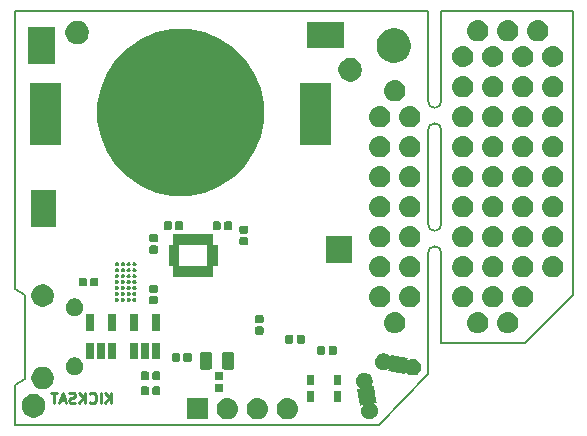
<source format=gbr>
%TF.GenerationSoftware,KiCad,Pcbnew,(6.0.0-rc1-dev-1614-ge850a482d)*%
%TF.CreationDate,2019-02-15T08:23:26-08:00*%
%TF.ProjectId,spriteSAMD,73707269-7465-4534-914d-442e6b696361,rev?*%
%TF.SameCoordinates,Original*%
%TF.FileFunction,Soldermask,Bot*%
%TF.FilePolarity,Negative*%
%FSLAX46Y46*%
G04 Gerber Fmt 4.6, Leading zero omitted, Abs format (unit mm)*
G04 Created by KiCad (PCBNEW (6.0.0-rc1-dev-1614-ge850a482d)) date 2019-02-15 08:23:26*
%MOMM*%
%LPD*%
G04 APERTURE LIST*
%ADD10C,0.025400*%
%ADD11C,0.150000*%
%ADD12C,0.222250*%
%ADD13C,0.100000*%
G04 APERTURE END LIST*
D10*
G36*
X110172500Y-95250000D02*
G01*
X108077000Y-95250000D01*
X108077000Y-93027500D01*
X110172500Y-93027500D01*
X110172500Y-95250000D01*
G37*
X110172500Y-95250000D02*
X108077000Y-95250000D01*
X108077000Y-93027500D01*
X110172500Y-93027500D01*
X110172500Y-95250000D01*
G36*
X109474000Y-77089000D02*
G01*
X106426000Y-77089000D01*
X106426000Y-74930000D01*
X109474000Y-74930000D01*
X109474000Y-77089000D01*
G37*
X109474000Y-77089000D02*
X106426000Y-77089000D01*
X106426000Y-74930000D01*
X109474000Y-74930000D01*
X109474000Y-77089000D01*
G36*
X85153500Y-92202000D02*
G01*
X83058000Y-92202000D01*
X83058000Y-89154000D01*
X85153500Y-89154000D01*
X85153500Y-92202000D01*
G37*
X85153500Y-92202000D02*
X83058000Y-92202000D01*
X83058000Y-89154000D01*
X85153500Y-89154000D01*
X85153500Y-92202000D01*
G36*
X85026500Y-78422500D02*
G01*
X82867500Y-78422500D01*
X82867500Y-75374500D01*
X85026500Y-75374500D01*
X85026500Y-78422500D01*
G37*
X85026500Y-78422500D02*
X82867500Y-78422500D01*
X82867500Y-75374500D01*
X85026500Y-75374500D01*
X85026500Y-78422500D01*
D11*
X116701044Y-84099400D02*
G75*
G02X117842556Y-84099400I570756J0D01*
G01*
X117842556Y-81635600D02*
G75*
G02X116701044Y-81635600I-570756J0D01*
G01*
X116701044Y-94513400D02*
G75*
G02X117842556Y-94513400I570756J0D01*
G01*
X117842556Y-92049600D02*
G75*
G02X116701044Y-92049600I-570756J0D01*
G01*
X116700300Y-104775000D02*
X112522000Y-109041600D01*
X117843300Y-84099400D02*
X117843300Y-92049600D01*
X117843300Y-74041000D02*
X117843300Y-81610200D01*
X117843300Y-94513400D02*
X117843300Y-102108000D01*
X116700300Y-104775000D02*
X116700300Y-94538800D01*
X116700300Y-92024200D02*
X116700300Y-84124800D01*
X116700300Y-81635600D02*
X116700300Y-74041000D01*
X124891800Y-102108000D02*
X117856000Y-102108000D01*
X128955800Y-98044000D02*
X124891800Y-102108000D01*
X128955800Y-74041600D02*
X128955800Y-98044000D01*
X117843300Y-74041000D02*
X128955800Y-74041000D01*
X82550000Y-98044000D02*
X81725100Y-97536000D01*
X82550000Y-105156000D02*
X81725100Y-105664000D01*
X81725100Y-105664000D02*
X81725100Y-109041600D01*
X82550000Y-98044000D02*
X82550000Y-105156000D01*
D12*
X89890070Y-107221866D02*
X89890070Y-106332866D01*
X89382070Y-107221866D02*
X89763070Y-106713866D01*
X89382070Y-106332866D02*
X89890070Y-106840866D01*
X89001070Y-107221866D02*
X89001070Y-106332866D01*
X88069737Y-107137200D02*
X88112070Y-107179533D01*
X88239070Y-107221866D01*
X88323737Y-107221866D01*
X88450737Y-107179533D01*
X88535404Y-107094866D01*
X88577737Y-107010200D01*
X88620070Y-106840866D01*
X88620070Y-106713866D01*
X88577737Y-106544533D01*
X88535404Y-106459866D01*
X88450737Y-106375200D01*
X88323737Y-106332866D01*
X88239070Y-106332866D01*
X88112070Y-106375200D01*
X88069737Y-106417533D01*
X87688737Y-107221866D02*
X87688737Y-106332866D01*
X87180737Y-107221866D02*
X87561737Y-106713866D01*
X87180737Y-106332866D02*
X87688737Y-106840866D01*
X86842070Y-107179533D02*
X86715070Y-107221866D01*
X86503404Y-107221866D01*
X86418737Y-107179533D01*
X86376404Y-107137200D01*
X86334070Y-107052533D01*
X86334070Y-106967866D01*
X86376404Y-106883200D01*
X86418737Y-106840866D01*
X86503404Y-106798533D01*
X86672737Y-106756200D01*
X86757404Y-106713866D01*
X86799737Y-106671533D01*
X86842070Y-106586866D01*
X86842070Y-106502200D01*
X86799737Y-106417533D01*
X86757404Y-106375200D01*
X86672737Y-106332866D01*
X86461070Y-106332866D01*
X86334070Y-106375200D01*
X85995404Y-106967866D02*
X85572070Y-106967866D01*
X86080070Y-107221866D02*
X85783737Y-106332866D01*
X85487404Y-107221866D01*
X85318070Y-106332866D02*
X84810070Y-106332866D01*
X85064070Y-107221866D02*
X85064070Y-106332866D01*
D11*
X81725100Y-109041600D02*
X112522000Y-109041600D01*
X116700300Y-74041600D02*
X81725100Y-74041600D01*
X81725100Y-74041600D02*
X81725100Y-97536000D01*
D13*
G36*
X99884288Y-106802234D02*
G01*
X99884291Y-106802235D01*
X100054088Y-106853742D01*
X100210578Y-106937388D01*
X100347743Y-107049957D01*
X100460312Y-107187122D01*
X100543958Y-107343612D01*
X100589575Y-107493992D01*
X100595466Y-107513412D01*
X100612858Y-107690000D01*
X100595466Y-107866588D01*
X100595465Y-107866591D01*
X100543958Y-108036388D01*
X100460312Y-108192878D01*
X100347743Y-108330043D01*
X100210578Y-108442612D01*
X100054088Y-108526258D01*
X99903708Y-108571875D01*
X99884288Y-108577766D01*
X99751949Y-108590800D01*
X99663451Y-108590800D01*
X99531112Y-108577766D01*
X99511692Y-108571875D01*
X99361312Y-108526258D01*
X99204822Y-108442612D01*
X99067657Y-108330043D01*
X98955088Y-108192878D01*
X98871442Y-108036388D01*
X98819935Y-107866591D01*
X98819934Y-107866588D01*
X98802542Y-107690000D01*
X98819934Y-107513412D01*
X98825825Y-107493992D01*
X98871442Y-107343612D01*
X98955088Y-107187122D01*
X99067657Y-107049957D01*
X99204822Y-106937388D01*
X99361312Y-106853742D01*
X99531109Y-106802235D01*
X99531112Y-106802234D01*
X99663451Y-106789200D01*
X99751949Y-106789200D01*
X99884288Y-106802234D01*
X99884288Y-106802234D01*
G37*
G36*
X102424288Y-106802234D02*
G01*
X102424291Y-106802235D01*
X102594088Y-106853742D01*
X102750578Y-106937388D01*
X102887743Y-107049957D01*
X103000312Y-107187122D01*
X103083958Y-107343612D01*
X103129575Y-107493992D01*
X103135466Y-107513412D01*
X103152858Y-107690000D01*
X103135466Y-107866588D01*
X103135465Y-107866591D01*
X103083958Y-108036388D01*
X103000312Y-108192878D01*
X102887743Y-108330043D01*
X102750578Y-108442612D01*
X102594088Y-108526258D01*
X102443708Y-108571875D01*
X102424288Y-108577766D01*
X102291949Y-108590800D01*
X102203451Y-108590800D01*
X102071112Y-108577766D01*
X102051692Y-108571875D01*
X101901312Y-108526258D01*
X101744822Y-108442612D01*
X101607657Y-108330043D01*
X101495088Y-108192878D01*
X101411442Y-108036388D01*
X101359935Y-107866591D01*
X101359934Y-107866588D01*
X101342542Y-107690000D01*
X101359934Y-107513412D01*
X101365825Y-107493992D01*
X101411442Y-107343612D01*
X101495088Y-107187122D01*
X101607657Y-107049957D01*
X101744822Y-106937388D01*
X101901312Y-106853742D01*
X102071109Y-106802235D01*
X102071112Y-106802234D01*
X102203451Y-106789200D01*
X102291949Y-106789200D01*
X102424288Y-106802234D01*
X102424288Y-106802234D01*
G37*
G36*
X104964288Y-106802234D02*
G01*
X104964291Y-106802235D01*
X105134088Y-106853742D01*
X105290578Y-106937388D01*
X105427743Y-107049957D01*
X105540312Y-107187122D01*
X105623958Y-107343612D01*
X105669575Y-107493992D01*
X105675466Y-107513412D01*
X105692858Y-107690000D01*
X105675466Y-107866588D01*
X105675465Y-107866591D01*
X105623958Y-108036388D01*
X105540312Y-108192878D01*
X105427743Y-108330043D01*
X105290578Y-108442612D01*
X105134088Y-108526258D01*
X104983708Y-108571875D01*
X104964288Y-108577766D01*
X104831949Y-108590800D01*
X104743451Y-108590800D01*
X104611112Y-108577766D01*
X104591692Y-108571875D01*
X104441312Y-108526258D01*
X104284822Y-108442612D01*
X104147657Y-108330043D01*
X104035088Y-108192878D01*
X103951442Y-108036388D01*
X103899935Y-107866591D01*
X103899934Y-107866588D01*
X103882542Y-107690000D01*
X103899934Y-107513412D01*
X103905825Y-107493992D01*
X103951442Y-107343612D01*
X104035088Y-107187122D01*
X104147657Y-107049957D01*
X104284822Y-106937388D01*
X104441312Y-106853742D01*
X104611109Y-106802235D01*
X104611112Y-106802234D01*
X104743451Y-106789200D01*
X104831949Y-106789200D01*
X104964288Y-106802234D01*
X104964288Y-106802234D01*
G37*
G36*
X98068500Y-108590800D02*
G01*
X96266900Y-108590800D01*
X96266900Y-106789200D01*
X98068500Y-106789200D01*
X98068500Y-108590800D01*
X98068500Y-108590800D01*
G37*
G36*
X111512016Y-104657025D02*
G01*
X111641446Y-104710637D01*
X111757930Y-104788469D01*
X111856992Y-104887531D01*
X111934824Y-105004015D01*
X111988436Y-105133445D01*
X112015767Y-105270847D01*
X112015767Y-105410941D01*
X111988436Y-105548343D01*
X111934824Y-105677773D01*
X111877421Y-105763683D01*
X111875076Y-105768070D01*
X111873631Y-105772835D01*
X111873143Y-105777790D01*
X111873631Y-105782745D01*
X111875076Y-105787510D01*
X111877424Y-105791901D01*
X111880582Y-105795750D01*
X111884431Y-105798909D01*
X111888822Y-105801256D01*
X111893587Y-105802701D01*
X111898542Y-105803189D01*
X111902952Y-105802803D01*
X111942952Y-105795750D01*
X112101997Y-105767706D01*
X112308244Y-106937389D01*
X112348994Y-107168497D01*
X112148876Y-107203783D01*
X112144085Y-107205123D01*
X112139644Y-107207374D01*
X112135727Y-107210448D01*
X112132485Y-107214227D01*
X112130043Y-107218566D01*
X112128494Y-107223298D01*
X112127898Y-107228241D01*
X112128278Y-107233206D01*
X112129619Y-107238001D01*
X112131870Y-107242442D01*
X112134944Y-107246359D01*
X112139176Y-107249911D01*
X112198996Y-107289881D01*
X112298058Y-107388943D01*
X112375890Y-107505427D01*
X112429502Y-107634857D01*
X112456833Y-107772259D01*
X112456833Y-107912353D01*
X112429502Y-108049755D01*
X112375890Y-108179185D01*
X112298058Y-108295669D01*
X112198996Y-108394731D01*
X112082512Y-108472563D01*
X111953082Y-108526175D01*
X111815680Y-108553506D01*
X111675586Y-108553506D01*
X111538184Y-108526175D01*
X111408754Y-108472563D01*
X111292270Y-108394731D01*
X111193208Y-108295669D01*
X111115376Y-108179185D01*
X111061764Y-108049755D01*
X111034433Y-107912353D01*
X111034433Y-107772259D01*
X111061764Y-107634857D01*
X111115376Y-107505427D01*
X111172779Y-107419517D01*
X111175124Y-107415130D01*
X111176569Y-107410365D01*
X111177057Y-107405410D01*
X111176569Y-107400455D01*
X111175124Y-107395690D01*
X111172776Y-107391299D01*
X111169618Y-107387450D01*
X111165769Y-107384291D01*
X111161378Y-107381944D01*
X111156613Y-107380499D01*
X111151658Y-107380011D01*
X111147248Y-107380397D01*
X110948203Y-107415494D01*
X110701206Y-106014704D01*
X110701206Y-106014703D01*
X110901324Y-105979417D01*
X110906115Y-105978077D01*
X110910556Y-105975826D01*
X110914473Y-105972752D01*
X110917715Y-105968973D01*
X110920157Y-105964634D01*
X110921706Y-105959902D01*
X110922302Y-105954959D01*
X110921922Y-105949994D01*
X110920581Y-105945199D01*
X110918330Y-105940758D01*
X110915256Y-105936841D01*
X110911024Y-105933289D01*
X110851204Y-105893319D01*
X110752142Y-105794257D01*
X110674310Y-105677773D01*
X110620698Y-105548343D01*
X110593367Y-105410941D01*
X110593367Y-105270847D01*
X110620698Y-105133445D01*
X110674310Y-105004015D01*
X110752142Y-104887531D01*
X110851204Y-104788469D01*
X110967688Y-104710637D01*
X111097118Y-104657025D01*
X111234520Y-104629694D01*
X111374614Y-104629694D01*
X111512016Y-104657025D01*
X111512016Y-104657025D01*
G37*
G36*
X83603689Y-106480429D02*
G01*
X83785678Y-106555811D01*
X83949463Y-106665249D01*
X84088751Y-106804537D01*
X84198189Y-106968322D01*
X84273571Y-107150311D01*
X84312000Y-107343509D01*
X84312000Y-107540491D01*
X84273571Y-107733689D01*
X84198189Y-107915678D01*
X84088751Y-108079463D01*
X83949463Y-108218751D01*
X83785678Y-108328189D01*
X83603689Y-108403571D01*
X83410491Y-108442000D01*
X83213509Y-108442000D01*
X83020311Y-108403571D01*
X82838322Y-108328189D01*
X82674537Y-108218751D01*
X82535249Y-108079463D01*
X82425811Y-107915678D01*
X82350429Y-107733689D01*
X82312000Y-107540491D01*
X82312000Y-107343509D01*
X82350429Y-107150311D01*
X82425811Y-106968322D01*
X82535249Y-106804537D01*
X82674537Y-106665249D01*
X82838322Y-106555811D01*
X83020311Y-106480429D01*
X83213509Y-106442000D01*
X83410491Y-106442000D01*
X83603689Y-106480429D01*
X83603689Y-106480429D01*
G37*
G36*
X109350000Y-107144600D02*
G01*
X108748400Y-107144600D01*
X108748400Y-106218000D01*
X109350000Y-106218000D01*
X109350000Y-107144600D01*
X109350000Y-107144600D01*
G37*
G36*
X107050000Y-107144600D02*
G01*
X106448400Y-107144600D01*
X106448400Y-106218000D01*
X107050000Y-106218000D01*
X107050000Y-107144600D01*
X107050000Y-107144600D01*
G37*
G36*
X93919833Y-105804399D02*
G01*
X93949857Y-105813507D01*
X93977533Y-105828300D01*
X94001791Y-105848209D01*
X94021700Y-105872467D01*
X94036493Y-105900143D01*
X94045601Y-105930167D01*
X94048800Y-105962650D01*
X94048800Y-106381350D01*
X94045601Y-106413833D01*
X94036493Y-106443857D01*
X94021700Y-106471533D01*
X94001791Y-106495791D01*
X93977533Y-106515700D01*
X93949857Y-106530493D01*
X93919833Y-106539601D01*
X93887350Y-106542800D01*
X93518650Y-106542800D01*
X93486167Y-106539601D01*
X93456143Y-106530493D01*
X93428467Y-106515700D01*
X93404209Y-106495791D01*
X93384300Y-106471533D01*
X93369507Y-106443857D01*
X93360399Y-106413833D01*
X93357200Y-106381350D01*
X93357200Y-105962650D01*
X93360399Y-105930167D01*
X93369507Y-105900143D01*
X93384300Y-105872467D01*
X93404209Y-105848209D01*
X93428467Y-105828300D01*
X93456143Y-105813507D01*
X93486167Y-105804399D01*
X93518650Y-105801200D01*
X93887350Y-105801200D01*
X93919833Y-105804399D01*
X93919833Y-105804399D01*
G37*
G36*
X92949833Y-105804399D02*
G01*
X92979857Y-105813507D01*
X93007533Y-105828300D01*
X93031791Y-105848209D01*
X93051700Y-105872467D01*
X93066493Y-105900143D01*
X93075601Y-105930167D01*
X93078800Y-105962650D01*
X93078800Y-106381350D01*
X93075601Y-106413833D01*
X93066493Y-106443857D01*
X93051700Y-106471533D01*
X93031791Y-106495791D01*
X93007533Y-106515700D01*
X92979857Y-106530493D01*
X92949833Y-106539601D01*
X92917350Y-106542800D01*
X92548650Y-106542800D01*
X92516167Y-106539601D01*
X92486143Y-106530493D01*
X92458467Y-106515700D01*
X92434209Y-106495791D01*
X92414300Y-106471533D01*
X92399507Y-106443857D01*
X92390399Y-106413833D01*
X92387200Y-106381350D01*
X92387200Y-105962650D01*
X92390399Y-105930167D01*
X92399507Y-105900143D01*
X92414300Y-105872467D01*
X92434209Y-105848209D01*
X92458467Y-105828300D01*
X92486143Y-105813507D01*
X92516167Y-105804399D01*
X92548650Y-105801200D01*
X92917350Y-105801200D01*
X92949833Y-105804399D01*
X92949833Y-105804399D01*
G37*
G36*
X99251033Y-105565099D02*
G01*
X99281057Y-105574207D01*
X99308733Y-105589000D01*
X99332991Y-105608909D01*
X99352900Y-105633167D01*
X99367693Y-105660843D01*
X99376801Y-105690867D01*
X99380000Y-105723350D01*
X99380000Y-106092050D01*
X99376801Y-106124533D01*
X99367693Y-106154557D01*
X99352900Y-106182233D01*
X99332991Y-106206491D01*
X99308733Y-106226400D01*
X99281057Y-106241193D01*
X99251033Y-106250301D01*
X99218550Y-106253500D01*
X98799850Y-106253500D01*
X98767367Y-106250301D01*
X98737343Y-106241193D01*
X98709667Y-106226400D01*
X98685409Y-106206491D01*
X98665500Y-106182233D01*
X98650707Y-106154557D01*
X98641599Y-106124533D01*
X98638400Y-106092050D01*
X98638400Y-105723350D01*
X98641599Y-105690867D01*
X98650707Y-105660843D01*
X98665500Y-105633167D01*
X98685409Y-105608909D01*
X98709667Y-105589000D01*
X98737343Y-105574207D01*
X98767367Y-105565099D01*
X98799850Y-105561900D01*
X99218550Y-105561900D01*
X99251033Y-105565099D01*
X99251033Y-105565099D01*
G37*
G36*
X84351338Y-104185738D02*
G01*
X84524373Y-104257412D01*
X84680100Y-104361465D01*
X84812535Y-104493900D01*
X84916588Y-104649627D01*
X84988262Y-104822662D01*
X85024800Y-105006354D01*
X85024800Y-105193646D01*
X84988262Y-105377338D01*
X84916588Y-105550373D01*
X84812535Y-105706100D01*
X84680100Y-105838535D01*
X84524373Y-105942588D01*
X84351338Y-106014262D01*
X84167646Y-106050800D01*
X83980354Y-106050800D01*
X83796662Y-106014262D01*
X83623627Y-105942588D01*
X83467900Y-105838535D01*
X83335465Y-105706100D01*
X83231412Y-105550373D01*
X83159738Y-105377338D01*
X83123200Y-105193646D01*
X83123200Y-105006354D01*
X83159738Y-104822662D01*
X83231412Y-104649627D01*
X83335465Y-104493900D01*
X83467900Y-104361465D01*
X83623627Y-104257412D01*
X83796662Y-104185738D01*
X83980354Y-104149200D01*
X84167646Y-104149200D01*
X84351338Y-104185738D01*
X84351338Y-104185738D01*
G37*
G36*
X109350000Y-105719600D02*
G01*
X108748400Y-105719600D01*
X108748400Y-104793000D01*
X109350000Y-104793000D01*
X109350000Y-105719600D01*
X109350000Y-105719600D01*
G37*
G36*
X107050000Y-105719600D02*
G01*
X106448400Y-105719600D01*
X106448400Y-104793000D01*
X107050000Y-104793000D01*
X107050000Y-105719600D01*
X107050000Y-105719600D01*
G37*
G36*
X99251033Y-104595099D02*
G01*
X99281057Y-104604207D01*
X99308733Y-104619000D01*
X99332991Y-104638909D01*
X99352900Y-104663167D01*
X99367693Y-104690843D01*
X99376801Y-104720867D01*
X99380000Y-104753350D01*
X99380000Y-105122050D01*
X99376801Y-105154533D01*
X99367693Y-105184557D01*
X99352900Y-105212233D01*
X99332991Y-105236491D01*
X99308733Y-105256400D01*
X99281057Y-105271193D01*
X99251033Y-105280301D01*
X99218550Y-105283500D01*
X98799850Y-105283500D01*
X98767367Y-105280301D01*
X98737343Y-105271193D01*
X98709667Y-105256400D01*
X98685409Y-105236491D01*
X98665500Y-105212233D01*
X98650707Y-105184557D01*
X98641599Y-105154533D01*
X98638400Y-105122050D01*
X98638400Y-104753350D01*
X98641599Y-104720867D01*
X98650707Y-104690843D01*
X98665500Y-104663167D01*
X98685409Y-104638909D01*
X98709667Y-104619000D01*
X98737343Y-104604207D01*
X98767367Y-104595099D01*
X98799850Y-104591900D01*
X99218550Y-104591900D01*
X99251033Y-104595099D01*
X99251033Y-104595099D01*
G37*
G36*
X93919833Y-104534399D02*
G01*
X93949857Y-104543507D01*
X93977533Y-104558300D01*
X94001791Y-104578209D01*
X94021700Y-104602467D01*
X94036493Y-104630143D01*
X94045601Y-104660167D01*
X94048800Y-104692650D01*
X94048800Y-105111350D01*
X94045601Y-105143833D01*
X94036493Y-105173857D01*
X94021700Y-105201533D01*
X94001791Y-105225791D01*
X93977533Y-105245700D01*
X93949857Y-105260493D01*
X93919833Y-105269601D01*
X93887350Y-105272800D01*
X93518650Y-105272800D01*
X93486167Y-105269601D01*
X93456143Y-105260493D01*
X93428467Y-105245700D01*
X93404209Y-105225791D01*
X93384300Y-105201533D01*
X93369507Y-105173857D01*
X93360399Y-105143833D01*
X93357200Y-105111350D01*
X93357200Y-104692650D01*
X93360399Y-104660167D01*
X93369507Y-104630143D01*
X93384300Y-104602467D01*
X93404209Y-104578209D01*
X93428467Y-104558300D01*
X93456143Y-104543507D01*
X93486167Y-104534399D01*
X93518650Y-104531200D01*
X93887350Y-104531200D01*
X93919833Y-104534399D01*
X93919833Y-104534399D01*
G37*
G36*
X92949833Y-104534399D02*
G01*
X92979857Y-104543507D01*
X93007533Y-104558300D01*
X93031791Y-104578209D01*
X93051700Y-104602467D01*
X93066493Y-104630143D01*
X93075601Y-104660167D01*
X93078800Y-104692650D01*
X93078800Y-105111350D01*
X93075601Y-105143833D01*
X93066493Y-105173857D01*
X93051700Y-105201533D01*
X93031791Y-105225791D01*
X93007533Y-105245700D01*
X92979857Y-105260493D01*
X92949833Y-105269601D01*
X92917350Y-105272800D01*
X92548650Y-105272800D01*
X92516167Y-105269601D01*
X92486143Y-105260493D01*
X92458467Y-105245700D01*
X92434209Y-105225791D01*
X92414300Y-105201533D01*
X92399507Y-105173857D01*
X92390399Y-105143833D01*
X92387200Y-105111350D01*
X92387200Y-104692650D01*
X92390399Y-104660167D01*
X92399507Y-104630143D01*
X92414300Y-104602467D01*
X92434209Y-104578209D01*
X92458467Y-104558300D01*
X92486143Y-104543507D01*
X92516167Y-104534399D01*
X92548650Y-104531200D01*
X92917350Y-104531200D01*
X92949833Y-104534399D01*
X92949833Y-104534399D01*
G37*
G36*
X113131843Y-103037198D02*
G01*
X113261273Y-103090810D01*
X113377757Y-103168642D01*
X113476819Y-103267704D01*
X113516790Y-103327525D01*
X113519945Y-103331369D01*
X113523794Y-103334527D01*
X113528185Y-103336875D01*
X113532950Y-103338320D01*
X113537905Y-103338808D01*
X113542860Y-103338320D01*
X113547625Y-103336875D01*
X113552016Y-103334528D01*
X113555865Y-103331369D01*
X113559023Y-103327520D01*
X113561371Y-103323129D01*
X113562918Y-103317820D01*
X113598203Y-103117706D01*
X113598204Y-103117706D01*
X114998994Y-103364703D01*
X114963897Y-103563748D01*
X114963517Y-103568712D01*
X114964113Y-103573655D01*
X114965662Y-103578387D01*
X114968104Y-103582726D01*
X114971346Y-103586505D01*
X114975263Y-103589579D01*
X114979704Y-103591830D01*
X114984500Y-103593171D01*
X114989464Y-103593551D01*
X114994407Y-103592955D01*
X114999139Y-103591406D01*
X115003017Y-103589279D01*
X115088927Y-103531876D01*
X115218357Y-103478264D01*
X115355759Y-103450933D01*
X115495853Y-103450933D01*
X115633255Y-103478264D01*
X115762685Y-103531876D01*
X115879169Y-103609708D01*
X115978231Y-103708770D01*
X116056063Y-103825254D01*
X116109675Y-103954684D01*
X116137006Y-104092086D01*
X116137006Y-104232180D01*
X116109675Y-104369582D01*
X116056063Y-104499012D01*
X115978231Y-104615496D01*
X115879169Y-104714558D01*
X115762685Y-104792390D01*
X115633255Y-104846002D01*
X115495853Y-104873333D01*
X115355759Y-104873333D01*
X115218357Y-104846002D01*
X115088927Y-104792390D01*
X114972443Y-104714558D01*
X114873381Y-104615496D01*
X114833410Y-104555675D01*
X114830255Y-104551831D01*
X114826406Y-104548673D01*
X114822015Y-104546325D01*
X114817250Y-104544880D01*
X114812295Y-104544392D01*
X114807340Y-104544880D01*
X114802575Y-104546325D01*
X114798184Y-104548672D01*
X114794335Y-104551831D01*
X114791177Y-104555680D01*
X114788829Y-104560071D01*
X114787283Y-104565376D01*
X114751997Y-104765494D01*
X114751996Y-104765494D01*
X113351206Y-104518497D01*
X113386303Y-104319452D01*
X113386683Y-104314488D01*
X113386087Y-104309545D01*
X113384538Y-104304813D01*
X113382096Y-104300474D01*
X113378854Y-104296695D01*
X113374937Y-104293621D01*
X113370496Y-104291370D01*
X113365700Y-104290029D01*
X113360736Y-104289649D01*
X113355793Y-104290245D01*
X113351061Y-104291794D01*
X113347183Y-104293921D01*
X113261273Y-104351324D01*
X113131843Y-104404936D01*
X112994441Y-104432267D01*
X112854347Y-104432267D01*
X112716945Y-104404936D01*
X112587515Y-104351324D01*
X112471031Y-104273492D01*
X112371969Y-104174430D01*
X112294137Y-104057946D01*
X112240525Y-103928516D01*
X112213194Y-103791114D01*
X112213194Y-103651020D01*
X112240525Y-103513618D01*
X112294137Y-103384188D01*
X112371969Y-103267704D01*
X112471031Y-103168642D01*
X112587515Y-103090810D01*
X112716945Y-103037198D01*
X112854347Y-103009867D01*
X112994441Y-103009867D01*
X113131843Y-103037198D01*
X113131843Y-103037198D01*
G37*
G36*
X86994167Y-103374207D02*
G01*
X87131532Y-103431105D01*
X87255157Y-103513709D01*
X87360291Y-103618843D01*
X87442895Y-103742468D01*
X87499793Y-103879833D01*
X87528800Y-104025659D01*
X87528800Y-104174341D01*
X87499793Y-104320167D01*
X87442895Y-104457532D01*
X87360291Y-104581157D01*
X87255157Y-104686291D01*
X87131532Y-104768895D01*
X86994167Y-104825793D01*
X86848341Y-104854800D01*
X86699659Y-104854800D01*
X86553833Y-104825793D01*
X86416468Y-104768895D01*
X86292843Y-104686291D01*
X86187709Y-104581157D01*
X86105105Y-104457532D01*
X86048207Y-104320167D01*
X86019200Y-104174341D01*
X86019200Y-104025659D01*
X86048207Y-103879833D01*
X86105105Y-103742468D01*
X86187709Y-103618843D01*
X86292843Y-103513709D01*
X86416468Y-103431105D01*
X86553833Y-103374207D01*
X86699659Y-103345200D01*
X86848341Y-103345200D01*
X86994167Y-103374207D01*
X86994167Y-103374207D01*
G37*
G36*
X98228060Y-102886249D02*
G01*
X98276141Y-102900833D01*
X98320457Y-102924521D01*
X98359300Y-102956400D01*
X98391179Y-102995243D01*
X98414867Y-103039559D01*
X98429451Y-103087640D01*
X98434500Y-103138901D01*
X98434500Y-104125099D01*
X98429451Y-104176360D01*
X98414867Y-104224441D01*
X98391179Y-104268757D01*
X98359300Y-104307600D01*
X98320457Y-104339479D01*
X98276141Y-104363167D01*
X98228060Y-104377751D01*
X98176799Y-104382800D01*
X97615601Y-104382800D01*
X97564340Y-104377751D01*
X97516259Y-104363167D01*
X97471943Y-104339479D01*
X97433100Y-104307600D01*
X97401221Y-104268757D01*
X97377533Y-104224441D01*
X97362949Y-104176360D01*
X97357900Y-104125099D01*
X97357900Y-103138901D01*
X97362949Y-103087640D01*
X97377533Y-103039559D01*
X97401221Y-102995243D01*
X97433100Y-102956400D01*
X97471943Y-102924521D01*
X97516259Y-102900833D01*
X97564340Y-102886249D01*
X97615601Y-102881200D01*
X98176799Y-102881200D01*
X98228060Y-102886249D01*
X98228060Y-102886249D01*
G37*
G36*
X100103060Y-102886249D02*
G01*
X100151141Y-102900833D01*
X100195457Y-102924521D01*
X100234300Y-102956400D01*
X100266179Y-102995243D01*
X100289867Y-103039559D01*
X100304451Y-103087640D01*
X100309500Y-103138901D01*
X100309500Y-104125099D01*
X100304451Y-104176360D01*
X100289867Y-104224441D01*
X100266179Y-104268757D01*
X100234300Y-104307600D01*
X100195457Y-104339479D01*
X100151141Y-104363167D01*
X100103060Y-104377751D01*
X100051799Y-104382800D01*
X99490601Y-104382800D01*
X99439340Y-104377751D01*
X99391259Y-104363167D01*
X99346943Y-104339479D01*
X99308100Y-104307600D01*
X99276221Y-104268757D01*
X99252533Y-104224441D01*
X99237949Y-104176360D01*
X99232900Y-104125099D01*
X99232900Y-103138901D01*
X99237949Y-103087640D01*
X99252533Y-103039559D01*
X99276221Y-102995243D01*
X99308100Y-102956400D01*
X99346943Y-102924521D01*
X99391259Y-102900833D01*
X99439340Y-102886249D01*
X99490601Y-102881200D01*
X100051799Y-102881200D01*
X100103060Y-102886249D01*
X100103060Y-102886249D01*
G37*
G36*
X95586353Y-102967219D02*
G01*
X95616377Y-102976327D01*
X95644053Y-102991120D01*
X95668311Y-103011029D01*
X95688220Y-103035287D01*
X95703013Y-103062963D01*
X95712121Y-103092987D01*
X95715320Y-103125470D01*
X95715320Y-103544170D01*
X95712121Y-103576653D01*
X95703013Y-103606677D01*
X95688220Y-103634353D01*
X95668311Y-103658611D01*
X95644053Y-103678520D01*
X95616377Y-103693313D01*
X95586353Y-103702421D01*
X95553870Y-103705620D01*
X95185170Y-103705620D01*
X95152687Y-103702421D01*
X95122663Y-103693313D01*
X95094987Y-103678520D01*
X95070729Y-103658611D01*
X95050820Y-103634353D01*
X95036027Y-103606677D01*
X95026919Y-103576653D01*
X95023720Y-103544170D01*
X95023720Y-103125470D01*
X95026919Y-103092987D01*
X95036027Y-103062963D01*
X95050820Y-103035287D01*
X95070729Y-103011029D01*
X95094987Y-102991120D01*
X95122663Y-102976327D01*
X95152687Y-102967219D01*
X95185170Y-102964020D01*
X95553870Y-102964020D01*
X95586353Y-102967219D01*
X95586353Y-102967219D01*
G37*
G36*
X96556353Y-102967219D02*
G01*
X96586377Y-102976327D01*
X96614053Y-102991120D01*
X96638311Y-103011029D01*
X96658220Y-103035287D01*
X96673013Y-103062963D01*
X96682121Y-103092987D01*
X96685320Y-103125470D01*
X96685320Y-103544170D01*
X96682121Y-103576653D01*
X96673013Y-103606677D01*
X96658220Y-103634353D01*
X96638311Y-103658611D01*
X96614053Y-103678520D01*
X96586377Y-103693313D01*
X96556353Y-103702421D01*
X96523870Y-103705620D01*
X96155170Y-103705620D01*
X96122687Y-103702421D01*
X96092663Y-103693313D01*
X96064987Y-103678520D01*
X96040729Y-103658611D01*
X96020820Y-103634353D01*
X96006027Y-103606677D01*
X95996919Y-103576653D01*
X95993720Y-103544170D01*
X95993720Y-103125470D01*
X95996919Y-103092987D01*
X96006027Y-103062963D01*
X96020820Y-103035287D01*
X96040729Y-103011029D01*
X96064987Y-102991120D01*
X96092663Y-102976327D01*
X96122687Y-102967219D01*
X96155170Y-102964020D01*
X96523870Y-102964020D01*
X96556353Y-102967219D01*
X96556353Y-102967219D01*
G37*
G36*
X92113100Y-103505000D02*
G01*
X91452700Y-103505000D01*
X91452700Y-102133400D01*
X92113100Y-102133400D01*
X92113100Y-103505000D01*
X92113100Y-103505000D01*
G37*
G36*
X94018100Y-103505000D02*
G01*
X93357700Y-103505000D01*
X93357700Y-102133400D01*
X94018100Y-102133400D01*
X94018100Y-103505000D01*
X94018100Y-103505000D01*
G37*
G36*
X93065600Y-103505000D02*
G01*
X92405200Y-103505000D01*
X92405200Y-102133400D01*
X93065600Y-102133400D01*
X93065600Y-103505000D01*
X93065600Y-103505000D01*
G37*
G36*
X89339420Y-103505000D02*
G01*
X88679020Y-103505000D01*
X88679020Y-102133400D01*
X89339420Y-102133400D01*
X89339420Y-103505000D01*
X89339420Y-103505000D01*
G37*
G36*
X88386920Y-103505000D02*
G01*
X87726520Y-103505000D01*
X87726520Y-102133400D01*
X88386920Y-102133400D01*
X88386920Y-103505000D01*
X88386920Y-103505000D01*
G37*
G36*
X90291920Y-103505000D02*
G01*
X89631520Y-103505000D01*
X89631520Y-102133400D01*
X90291920Y-102133400D01*
X90291920Y-103505000D01*
X90291920Y-103505000D01*
G37*
G36*
X108848473Y-102378399D02*
G01*
X108878497Y-102387507D01*
X108906173Y-102402300D01*
X108930431Y-102422209D01*
X108950340Y-102446467D01*
X108965133Y-102474143D01*
X108974241Y-102504167D01*
X108977440Y-102536650D01*
X108977440Y-102955350D01*
X108974241Y-102987833D01*
X108965133Y-103017857D01*
X108950340Y-103045533D01*
X108930431Y-103069791D01*
X108906173Y-103089700D01*
X108878497Y-103104493D01*
X108848473Y-103113601D01*
X108815990Y-103116800D01*
X108447290Y-103116800D01*
X108414807Y-103113601D01*
X108384783Y-103104493D01*
X108357107Y-103089700D01*
X108332849Y-103069791D01*
X108312940Y-103045533D01*
X108298147Y-103017857D01*
X108289039Y-102987833D01*
X108285840Y-102955350D01*
X108285840Y-102536650D01*
X108289039Y-102504167D01*
X108298147Y-102474143D01*
X108312940Y-102446467D01*
X108332849Y-102422209D01*
X108357107Y-102402300D01*
X108384783Y-102387507D01*
X108414807Y-102378399D01*
X108447290Y-102375200D01*
X108815990Y-102375200D01*
X108848473Y-102378399D01*
X108848473Y-102378399D01*
G37*
G36*
X107878473Y-102378399D02*
G01*
X107908497Y-102387507D01*
X107936173Y-102402300D01*
X107960431Y-102422209D01*
X107980340Y-102446467D01*
X107995133Y-102474143D01*
X108004241Y-102504167D01*
X108007440Y-102536650D01*
X108007440Y-102955350D01*
X108004241Y-102987833D01*
X107995133Y-103017857D01*
X107980340Y-103045533D01*
X107960431Y-103069791D01*
X107936173Y-103089700D01*
X107908497Y-103104493D01*
X107878473Y-103113601D01*
X107845990Y-103116800D01*
X107477290Y-103116800D01*
X107444807Y-103113601D01*
X107414783Y-103104493D01*
X107387107Y-103089700D01*
X107362849Y-103069791D01*
X107342940Y-103045533D01*
X107328147Y-103017857D01*
X107319039Y-102987833D01*
X107315840Y-102955350D01*
X107315840Y-102536650D01*
X107319039Y-102504167D01*
X107328147Y-102474143D01*
X107342940Y-102446467D01*
X107362849Y-102422209D01*
X107387107Y-102402300D01*
X107414783Y-102387507D01*
X107444807Y-102378399D01*
X107477290Y-102375200D01*
X107845990Y-102375200D01*
X107878473Y-102378399D01*
X107878473Y-102378399D01*
G37*
G36*
X105161833Y-101432399D02*
G01*
X105191857Y-101441507D01*
X105219533Y-101456300D01*
X105243791Y-101476209D01*
X105263700Y-101500467D01*
X105278493Y-101528143D01*
X105287601Y-101558167D01*
X105290800Y-101590650D01*
X105290800Y-102009350D01*
X105287601Y-102041833D01*
X105278493Y-102071857D01*
X105263700Y-102099533D01*
X105243791Y-102123791D01*
X105219533Y-102143700D01*
X105191857Y-102158493D01*
X105161833Y-102167601D01*
X105129350Y-102170800D01*
X104760650Y-102170800D01*
X104728167Y-102167601D01*
X104698143Y-102158493D01*
X104670467Y-102143700D01*
X104646209Y-102123791D01*
X104626300Y-102099533D01*
X104611507Y-102071857D01*
X104602399Y-102041833D01*
X104599200Y-102009350D01*
X104599200Y-101590650D01*
X104602399Y-101558167D01*
X104611507Y-101528143D01*
X104626300Y-101500467D01*
X104646209Y-101476209D01*
X104670467Y-101456300D01*
X104698143Y-101441507D01*
X104728167Y-101432399D01*
X104760650Y-101429200D01*
X105129350Y-101429200D01*
X105161833Y-101432399D01*
X105161833Y-101432399D01*
G37*
G36*
X106131833Y-101432399D02*
G01*
X106161857Y-101441507D01*
X106189533Y-101456300D01*
X106213791Y-101476209D01*
X106233700Y-101500467D01*
X106248493Y-101528143D01*
X106257601Y-101558167D01*
X106260800Y-101590650D01*
X106260800Y-102009350D01*
X106257601Y-102041833D01*
X106248493Y-102071857D01*
X106233700Y-102099533D01*
X106213791Y-102123791D01*
X106189533Y-102143700D01*
X106161857Y-102158493D01*
X106131833Y-102167601D01*
X106099350Y-102170800D01*
X105730650Y-102170800D01*
X105698167Y-102167601D01*
X105668143Y-102158493D01*
X105640467Y-102143700D01*
X105616209Y-102123791D01*
X105596300Y-102099533D01*
X105581507Y-102071857D01*
X105572399Y-102041833D01*
X105569200Y-102009350D01*
X105569200Y-101590650D01*
X105572399Y-101558167D01*
X105581507Y-101528143D01*
X105596300Y-101500467D01*
X105616209Y-101476209D01*
X105640467Y-101456300D01*
X105668143Y-101441507D01*
X105698167Y-101432399D01*
X105730650Y-101429200D01*
X106099350Y-101429200D01*
X106131833Y-101432399D01*
X106131833Y-101432399D01*
G37*
G36*
X102654633Y-100726399D02*
G01*
X102684657Y-100735507D01*
X102712333Y-100750300D01*
X102736591Y-100770209D01*
X102756500Y-100794467D01*
X102771293Y-100822143D01*
X102780401Y-100852167D01*
X102783600Y-100884650D01*
X102783600Y-101253350D01*
X102780401Y-101285833D01*
X102771293Y-101315857D01*
X102756500Y-101343533D01*
X102736591Y-101367791D01*
X102712333Y-101387700D01*
X102684657Y-101402493D01*
X102654633Y-101411601D01*
X102622150Y-101414800D01*
X102203450Y-101414800D01*
X102170967Y-101411601D01*
X102140943Y-101402493D01*
X102113267Y-101387700D01*
X102089009Y-101367791D01*
X102069100Y-101343533D01*
X102054307Y-101315857D01*
X102045199Y-101285833D01*
X102042000Y-101253350D01*
X102042000Y-100884650D01*
X102045199Y-100852167D01*
X102054307Y-100822143D01*
X102069100Y-100794467D01*
X102089009Y-100770209D01*
X102113267Y-100750300D01*
X102140943Y-100735507D01*
X102170967Y-100726399D01*
X102203450Y-100723200D01*
X102622150Y-100723200D01*
X102654633Y-100726399D01*
X102654633Y-100726399D01*
G37*
G36*
X121093288Y-99508338D02*
G01*
X121093291Y-99508339D01*
X121263088Y-99559846D01*
X121419578Y-99643492D01*
X121556743Y-99756061D01*
X121669312Y-99893226D01*
X121752958Y-100049716D01*
X121798575Y-100200096D01*
X121804466Y-100219516D01*
X121821858Y-100396104D01*
X121804466Y-100572692D01*
X121804465Y-100572695D01*
X121752958Y-100742492D01*
X121669312Y-100898982D01*
X121556743Y-101036147D01*
X121419578Y-101148716D01*
X121263088Y-101232362D01*
X121120448Y-101275631D01*
X121093288Y-101283870D01*
X120960949Y-101296904D01*
X120872451Y-101296904D01*
X120740112Y-101283870D01*
X120712952Y-101275631D01*
X120570312Y-101232362D01*
X120413822Y-101148716D01*
X120276657Y-101036147D01*
X120164088Y-100898982D01*
X120080442Y-100742492D01*
X120028935Y-100572695D01*
X120028934Y-100572692D01*
X120011542Y-100396104D01*
X120028934Y-100219516D01*
X120034825Y-100200096D01*
X120080442Y-100049716D01*
X120164088Y-99893226D01*
X120276657Y-99756061D01*
X120413822Y-99643492D01*
X120570312Y-99559846D01*
X120740109Y-99508339D01*
X120740112Y-99508338D01*
X120872451Y-99495304D01*
X120960949Y-99495304D01*
X121093288Y-99508338D01*
X121093288Y-99508338D01*
G37*
G36*
X123633288Y-99508338D02*
G01*
X123633291Y-99508339D01*
X123803088Y-99559846D01*
X123959578Y-99643492D01*
X124096743Y-99756061D01*
X124209312Y-99893226D01*
X124292958Y-100049716D01*
X124338575Y-100200096D01*
X124344466Y-100219516D01*
X124361858Y-100396104D01*
X124344466Y-100572692D01*
X124344465Y-100572695D01*
X124292958Y-100742492D01*
X124209312Y-100898982D01*
X124096743Y-101036147D01*
X123959578Y-101148716D01*
X123803088Y-101232362D01*
X123660448Y-101275631D01*
X123633288Y-101283870D01*
X123500949Y-101296904D01*
X123412451Y-101296904D01*
X123280112Y-101283870D01*
X123252952Y-101275631D01*
X123110312Y-101232362D01*
X122953822Y-101148716D01*
X122816657Y-101036147D01*
X122704088Y-100898982D01*
X122620442Y-100742492D01*
X122568935Y-100572695D01*
X122568934Y-100572692D01*
X122551542Y-100396104D01*
X122568934Y-100219516D01*
X122574825Y-100200096D01*
X122620442Y-100049716D01*
X122704088Y-99893226D01*
X122816657Y-99756061D01*
X122953822Y-99643492D01*
X123110312Y-99559846D01*
X123280109Y-99508339D01*
X123280112Y-99508338D01*
X123412451Y-99495304D01*
X123500949Y-99495304D01*
X123633288Y-99508338D01*
X123633288Y-99508338D01*
G37*
G36*
X114057488Y-99508338D02*
G01*
X114057491Y-99508339D01*
X114227288Y-99559846D01*
X114383778Y-99643492D01*
X114520943Y-99756061D01*
X114633512Y-99893226D01*
X114717158Y-100049716D01*
X114762775Y-100200096D01*
X114768666Y-100219516D01*
X114786058Y-100396104D01*
X114768666Y-100572692D01*
X114768665Y-100572695D01*
X114717158Y-100742492D01*
X114633512Y-100898982D01*
X114520943Y-101036147D01*
X114383778Y-101148716D01*
X114227288Y-101232362D01*
X114084648Y-101275631D01*
X114057488Y-101283870D01*
X113925149Y-101296904D01*
X113836651Y-101296904D01*
X113704312Y-101283870D01*
X113677152Y-101275631D01*
X113534512Y-101232362D01*
X113378022Y-101148716D01*
X113240857Y-101036147D01*
X113128288Y-100898982D01*
X113044642Y-100742492D01*
X112993135Y-100572695D01*
X112993134Y-100572692D01*
X112975742Y-100396104D01*
X112993134Y-100219516D01*
X112999025Y-100200096D01*
X113044642Y-100049716D01*
X113128288Y-99893226D01*
X113240857Y-99756061D01*
X113378022Y-99643492D01*
X113534512Y-99559846D01*
X113704309Y-99508339D01*
X113704312Y-99508338D01*
X113836651Y-99495304D01*
X113925149Y-99495304D01*
X114057488Y-99508338D01*
X114057488Y-99508338D01*
G37*
G36*
X92113100Y-101066600D02*
G01*
X91452700Y-101066600D01*
X91452700Y-99695000D01*
X92113100Y-99695000D01*
X92113100Y-101066600D01*
X92113100Y-101066600D01*
G37*
G36*
X94018100Y-101066600D02*
G01*
X93357700Y-101066600D01*
X93357700Y-99695000D01*
X94018100Y-99695000D01*
X94018100Y-101066600D01*
X94018100Y-101066600D01*
G37*
G36*
X88386920Y-101066600D02*
G01*
X87726520Y-101066600D01*
X87726520Y-99695000D01*
X88386920Y-99695000D01*
X88386920Y-101066600D01*
X88386920Y-101066600D01*
G37*
G36*
X90291920Y-101066600D02*
G01*
X89631520Y-101066600D01*
X89631520Y-99695000D01*
X90291920Y-99695000D01*
X90291920Y-101066600D01*
X90291920Y-101066600D01*
G37*
G36*
X102654633Y-99756399D02*
G01*
X102684657Y-99765507D01*
X102712333Y-99780300D01*
X102736591Y-99800209D01*
X102756500Y-99824467D01*
X102771293Y-99852143D01*
X102780401Y-99882167D01*
X102783600Y-99914650D01*
X102783600Y-100283350D01*
X102780401Y-100315833D01*
X102771293Y-100345857D01*
X102756500Y-100373533D01*
X102736591Y-100397791D01*
X102712333Y-100417700D01*
X102684657Y-100432493D01*
X102654633Y-100441601D01*
X102622150Y-100444800D01*
X102203450Y-100444800D01*
X102170967Y-100441601D01*
X102140943Y-100432493D01*
X102113267Y-100417700D01*
X102089009Y-100397791D01*
X102069100Y-100373533D01*
X102054307Y-100345857D01*
X102045199Y-100315833D01*
X102042000Y-100283350D01*
X102042000Y-99914650D01*
X102045199Y-99882167D01*
X102054307Y-99852143D01*
X102069100Y-99824467D01*
X102089009Y-99800209D01*
X102113267Y-99780300D01*
X102140943Y-99765507D01*
X102170967Y-99756399D01*
X102203450Y-99753200D01*
X102622150Y-99753200D01*
X102654633Y-99756399D01*
X102654633Y-99756399D01*
G37*
G36*
X86994167Y-98374207D02*
G01*
X87131532Y-98431105D01*
X87255157Y-98513709D01*
X87360291Y-98618843D01*
X87442895Y-98742468D01*
X87499793Y-98879833D01*
X87528800Y-99025659D01*
X87528800Y-99174341D01*
X87499793Y-99320167D01*
X87442895Y-99457532D01*
X87360291Y-99581157D01*
X87255157Y-99686291D01*
X87131532Y-99768895D01*
X86994167Y-99825793D01*
X86848341Y-99854800D01*
X86699659Y-99854800D01*
X86553833Y-99825793D01*
X86416468Y-99768895D01*
X86292843Y-99686291D01*
X86187709Y-99581157D01*
X86105105Y-99457532D01*
X86048207Y-99320167D01*
X86019200Y-99174341D01*
X86019200Y-99025659D01*
X86048207Y-98879833D01*
X86105105Y-98742468D01*
X86187709Y-98618843D01*
X86292843Y-98513709D01*
X86416468Y-98431105D01*
X86553833Y-98374207D01*
X86699659Y-98345200D01*
X86848341Y-98345200D01*
X86994167Y-98374207D01*
X86994167Y-98374207D01*
G37*
G36*
X124903288Y-97308634D02*
G01*
X124903291Y-97308635D01*
X125073088Y-97360142D01*
X125229578Y-97443788D01*
X125366743Y-97556357D01*
X125479312Y-97693522D01*
X125562958Y-97850012D01*
X125581313Y-97910521D01*
X125614466Y-98019812D01*
X125631858Y-98196400D01*
X125614466Y-98372988D01*
X125614465Y-98372991D01*
X125562958Y-98542788D01*
X125479312Y-98699278D01*
X125366743Y-98836443D01*
X125229578Y-98949012D01*
X125073088Y-99032658D01*
X124922708Y-99078275D01*
X124903288Y-99084166D01*
X124770949Y-99097200D01*
X124682451Y-99097200D01*
X124550112Y-99084166D01*
X124530692Y-99078275D01*
X124380312Y-99032658D01*
X124223822Y-98949012D01*
X124086657Y-98836443D01*
X123974088Y-98699278D01*
X123890442Y-98542788D01*
X123838935Y-98372991D01*
X123838934Y-98372988D01*
X123821542Y-98196400D01*
X123838934Y-98019812D01*
X123872087Y-97910521D01*
X123890442Y-97850012D01*
X123974088Y-97693522D01*
X124086657Y-97556357D01*
X124223822Y-97443788D01*
X124380312Y-97360142D01*
X124550109Y-97308635D01*
X124550112Y-97308634D01*
X124682451Y-97295600D01*
X124770949Y-97295600D01*
X124903288Y-97308634D01*
X124903288Y-97308634D01*
G37*
G36*
X115327488Y-97308634D02*
G01*
X115327491Y-97308635D01*
X115497288Y-97360142D01*
X115653778Y-97443788D01*
X115790943Y-97556357D01*
X115903512Y-97693522D01*
X115987158Y-97850012D01*
X116005513Y-97910521D01*
X116038666Y-98019812D01*
X116056058Y-98196400D01*
X116038666Y-98372988D01*
X116038665Y-98372991D01*
X115987158Y-98542788D01*
X115903512Y-98699278D01*
X115790943Y-98836443D01*
X115653778Y-98949012D01*
X115497288Y-99032658D01*
X115346908Y-99078275D01*
X115327488Y-99084166D01*
X115195149Y-99097200D01*
X115106651Y-99097200D01*
X114974312Y-99084166D01*
X114954892Y-99078275D01*
X114804512Y-99032658D01*
X114648022Y-98949012D01*
X114510857Y-98836443D01*
X114398288Y-98699278D01*
X114314642Y-98542788D01*
X114263135Y-98372991D01*
X114263134Y-98372988D01*
X114245742Y-98196400D01*
X114263134Y-98019812D01*
X114296287Y-97910521D01*
X114314642Y-97850012D01*
X114398288Y-97693522D01*
X114510857Y-97556357D01*
X114648022Y-97443788D01*
X114804512Y-97360142D01*
X114974309Y-97308635D01*
X114974312Y-97308634D01*
X115106651Y-97295600D01*
X115195149Y-97295600D01*
X115327488Y-97308634D01*
X115327488Y-97308634D01*
G37*
G36*
X112787488Y-97308634D02*
G01*
X112787491Y-97308635D01*
X112957288Y-97360142D01*
X113113778Y-97443788D01*
X113250943Y-97556357D01*
X113363512Y-97693522D01*
X113447158Y-97850012D01*
X113465513Y-97910521D01*
X113498666Y-98019812D01*
X113516058Y-98196400D01*
X113498666Y-98372988D01*
X113498665Y-98372991D01*
X113447158Y-98542788D01*
X113363512Y-98699278D01*
X113250943Y-98836443D01*
X113113778Y-98949012D01*
X112957288Y-99032658D01*
X112806908Y-99078275D01*
X112787488Y-99084166D01*
X112655149Y-99097200D01*
X112566651Y-99097200D01*
X112434312Y-99084166D01*
X112414892Y-99078275D01*
X112264512Y-99032658D01*
X112108022Y-98949012D01*
X111970857Y-98836443D01*
X111858288Y-98699278D01*
X111774642Y-98542788D01*
X111723135Y-98372991D01*
X111723134Y-98372988D01*
X111705742Y-98196400D01*
X111723134Y-98019812D01*
X111756287Y-97910521D01*
X111774642Y-97850012D01*
X111858288Y-97693522D01*
X111970857Y-97556357D01*
X112108022Y-97443788D01*
X112264512Y-97360142D01*
X112434309Y-97308635D01*
X112434312Y-97308634D01*
X112566651Y-97295600D01*
X112655149Y-97295600D01*
X112787488Y-97308634D01*
X112787488Y-97308634D01*
G37*
G36*
X122363288Y-97308634D02*
G01*
X122363291Y-97308635D01*
X122533088Y-97360142D01*
X122689578Y-97443788D01*
X122826743Y-97556357D01*
X122939312Y-97693522D01*
X123022958Y-97850012D01*
X123041313Y-97910521D01*
X123074466Y-98019812D01*
X123091858Y-98196400D01*
X123074466Y-98372988D01*
X123074465Y-98372991D01*
X123022958Y-98542788D01*
X122939312Y-98699278D01*
X122826743Y-98836443D01*
X122689578Y-98949012D01*
X122533088Y-99032658D01*
X122382708Y-99078275D01*
X122363288Y-99084166D01*
X122230949Y-99097200D01*
X122142451Y-99097200D01*
X122010112Y-99084166D01*
X121990692Y-99078275D01*
X121840312Y-99032658D01*
X121683822Y-98949012D01*
X121546657Y-98836443D01*
X121434088Y-98699278D01*
X121350442Y-98542788D01*
X121298935Y-98372991D01*
X121298934Y-98372988D01*
X121281542Y-98196400D01*
X121298934Y-98019812D01*
X121332087Y-97910521D01*
X121350442Y-97850012D01*
X121434088Y-97693522D01*
X121546657Y-97556357D01*
X121683822Y-97443788D01*
X121840312Y-97360142D01*
X122010109Y-97308635D01*
X122010112Y-97308634D01*
X122142451Y-97295600D01*
X122230949Y-97295600D01*
X122363288Y-97308634D01*
X122363288Y-97308634D01*
G37*
G36*
X119823288Y-97308634D02*
G01*
X119823291Y-97308635D01*
X119993088Y-97360142D01*
X120149578Y-97443788D01*
X120286743Y-97556357D01*
X120399312Y-97693522D01*
X120482958Y-97850012D01*
X120501313Y-97910521D01*
X120534466Y-98019812D01*
X120551858Y-98196400D01*
X120534466Y-98372988D01*
X120534465Y-98372991D01*
X120482958Y-98542788D01*
X120399312Y-98699278D01*
X120286743Y-98836443D01*
X120149578Y-98949012D01*
X119993088Y-99032658D01*
X119842708Y-99078275D01*
X119823288Y-99084166D01*
X119690949Y-99097200D01*
X119602451Y-99097200D01*
X119470112Y-99084166D01*
X119450692Y-99078275D01*
X119300312Y-99032658D01*
X119143822Y-98949012D01*
X119006657Y-98836443D01*
X118894088Y-98699278D01*
X118810442Y-98542788D01*
X118758935Y-98372991D01*
X118758934Y-98372988D01*
X118741542Y-98196400D01*
X118758934Y-98019812D01*
X118792087Y-97910521D01*
X118810442Y-97850012D01*
X118894088Y-97693522D01*
X119006657Y-97556357D01*
X119143822Y-97443788D01*
X119300312Y-97360142D01*
X119470109Y-97308635D01*
X119470112Y-97308634D01*
X119602451Y-97295600D01*
X119690949Y-97295600D01*
X119823288Y-97308634D01*
X119823288Y-97308634D01*
G37*
G36*
X84351338Y-97185738D02*
G01*
X84524373Y-97257412D01*
X84680100Y-97361465D01*
X84812535Y-97493900D01*
X84916588Y-97649627D01*
X84988262Y-97822662D01*
X85024800Y-98006354D01*
X85024800Y-98193646D01*
X84988262Y-98377338D01*
X84916588Y-98550373D01*
X84812535Y-98706100D01*
X84680100Y-98838535D01*
X84524373Y-98942588D01*
X84351338Y-99014262D01*
X84167646Y-99050800D01*
X83980354Y-99050800D01*
X83796662Y-99014262D01*
X83623627Y-98942588D01*
X83467900Y-98838535D01*
X83335465Y-98706100D01*
X83231412Y-98550373D01*
X83159738Y-98377338D01*
X83123200Y-98193646D01*
X83123200Y-98006354D01*
X83159738Y-97822662D01*
X83231412Y-97649627D01*
X83335465Y-97493900D01*
X83467900Y-97361465D01*
X83623627Y-97257412D01*
X83796662Y-97185738D01*
X83980354Y-97149200D01*
X84167646Y-97149200D01*
X84351338Y-97185738D01*
X84351338Y-97185738D01*
G37*
G36*
X93696053Y-98155919D02*
G01*
X93726077Y-98165027D01*
X93753753Y-98179820D01*
X93778011Y-98199729D01*
X93797920Y-98223987D01*
X93812713Y-98251663D01*
X93821821Y-98281687D01*
X93825020Y-98314170D01*
X93825020Y-98682870D01*
X93821821Y-98715353D01*
X93812713Y-98745377D01*
X93797920Y-98773053D01*
X93778011Y-98797311D01*
X93753753Y-98817220D01*
X93726077Y-98832013D01*
X93696053Y-98841121D01*
X93663570Y-98844320D01*
X93244870Y-98844320D01*
X93212387Y-98841121D01*
X93182363Y-98832013D01*
X93154687Y-98817220D01*
X93130429Y-98797311D01*
X93110520Y-98773053D01*
X93095727Y-98745377D01*
X93086619Y-98715353D01*
X93083420Y-98682870D01*
X93083420Y-98314170D01*
X93086619Y-98281687D01*
X93095727Y-98251663D01*
X93110520Y-98223987D01*
X93130429Y-98199729D01*
X93154687Y-98179820D01*
X93182363Y-98165027D01*
X93212387Y-98155919D01*
X93244870Y-98152720D01*
X93663570Y-98152720D01*
X93696053Y-98155919D01*
X93696053Y-98155919D01*
G37*
G36*
X91897200Y-98291889D02*
G01*
X91901559Y-98292756D01*
X91933555Y-98306008D01*
X91962343Y-98325244D01*
X91986836Y-98349737D01*
X92006072Y-98378525D01*
X92019324Y-98410521D01*
X92026080Y-98444486D01*
X92026080Y-98479114D01*
X92019324Y-98513079D01*
X92006072Y-98545075D01*
X91986836Y-98573863D01*
X91962343Y-98598356D01*
X91933555Y-98617592D01*
X91901559Y-98630844D01*
X91867595Y-98637600D01*
X91832965Y-98637600D01*
X91799001Y-98630844D01*
X91767005Y-98617592D01*
X91738217Y-98598356D01*
X91713724Y-98573863D01*
X91694488Y-98545075D01*
X91681236Y-98513079D01*
X91674480Y-98479114D01*
X91674480Y-98444486D01*
X91681236Y-98410521D01*
X91694488Y-98378525D01*
X91713724Y-98349737D01*
X91738217Y-98325244D01*
X91767005Y-98306008D01*
X91799001Y-98292756D01*
X91803360Y-98291889D01*
X91832965Y-98286000D01*
X91867595Y-98286000D01*
X91897200Y-98291889D01*
X91897200Y-98291889D01*
G37*
G36*
X91397200Y-98291889D02*
G01*
X91401559Y-98292756D01*
X91433555Y-98306008D01*
X91462343Y-98325244D01*
X91486836Y-98349737D01*
X91506072Y-98378525D01*
X91519324Y-98410521D01*
X91526080Y-98444486D01*
X91526080Y-98479114D01*
X91519324Y-98513079D01*
X91506072Y-98545075D01*
X91486836Y-98573863D01*
X91462343Y-98598356D01*
X91433555Y-98617592D01*
X91401559Y-98630844D01*
X91367595Y-98637600D01*
X91332965Y-98637600D01*
X91299001Y-98630844D01*
X91267005Y-98617592D01*
X91238217Y-98598356D01*
X91213724Y-98573863D01*
X91194488Y-98545075D01*
X91181236Y-98513079D01*
X91174480Y-98479114D01*
X91174480Y-98444486D01*
X91181236Y-98410521D01*
X91194488Y-98378525D01*
X91213724Y-98349737D01*
X91238217Y-98325244D01*
X91267005Y-98306008D01*
X91299001Y-98292756D01*
X91303360Y-98291889D01*
X91332965Y-98286000D01*
X91367595Y-98286000D01*
X91397200Y-98291889D01*
X91397200Y-98291889D01*
G37*
G36*
X90897200Y-98291889D02*
G01*
X90901559Y-98292756D01*
X90933555Y-98306008D01*
X90962343Y-98325244D01*
X90986836Y-98349737D01*
X91006072Y-98378525D01*
X91019324Y-98410521D01*
X91026080Y-98444486D01*
X91026080Y-98479114D01*
X91019324Y-98513079D01*
X91006072Y-98545075D01*
X90986836Y-98573863D01*
X90962343Y-98598356D01*
X90933555Y-98617592D01*
X90901559Y-98630844D01*
X90867595Y-98637600D01*
X90832965Y-98637600D01*
X90799001Y-98630844D01*
X90767005Y-98617592D01*
X90738217Y-98598356D01*
X90713724Y-98573863D01*
X90694488Y-98545075D01*
X90681236Y-98513079D01*
X90674480Y-98479114D01*
X90674480Y-98444486D01*
X90681236Y-98410521D01*
X90694488Y-98378525D01*
X90713724Y-98349737D01*
X90738217Y-98325244D01*
X90767005Y-98306008D01*
X90799001Y-98292756D01*
X90803360Y-98291889D01*
X90832965Y-98286000D01*
X90867595Y-98286000D01*
X90897200Y-98291889D01*
X90897200Y-98291889D01*
G37*
G36*
X90397200Y-98291889D02*
G01*
X90401559Y-98292756D01*
X90433555Y-98306008D01*
X90462343Y-98325244D01*
X90486836Y-98349737D01*
X90506072Y-98378525D01*
X90519324Y-98410521D01*
X90526080Y-98444486D01*
X90526080Y-98479114D01*
X90519324Y-98513079D01*
X90506072Y-98545075D01*
X90486836Y-98573863D01*
X90462343Y-98598356D01*
X90433555Y-98617592D01*
X90401559Y-98630844D01*
X90367595Y-98637600D01*
X90332965Y-98637600D01*
X90299001Y-98630844D01*
X90267005Y-98617592D01*
X90238217Y-98598356D01*
X90213724Y-98573863D01*
X90194488Y-98545075D01*
X90181236Y-98513079D01*
X90174480Y-98479114D01*
X90174480Y-98444486D01*
X90181236Y-98410521D01*
X90194488Y-98378525D01*
X90213724Y-98349737D01*
X90238217Y-98325244D01*
X90267005Y-98306008D01*
X90299001Y-98292756D01*
X90303360Y-98291889D01*
X90332965Y-98286000D01*
X90367595Y-98286000D01*
X90397200Y-98291889D01*
X90397200Y-98291889D01*
G37*
G36*
X91401559Y-97792756D02*
G01*
X91433555Y-97806008D01*
X91462343Y-97825244D01*
X91486836Y-97849737D01*
X91506072Y-97878525D01*
X91519324Y-97910521D01*
X91526080Y-97944485D01*
X91526080Y-97979115D01*
X91519324Y-98013079D01*
X91506072Y-98045075D01*
X91486836Y-98073863D01*
X91462343Y-98098356D01*
X91433555Y-98117592D01*
X91401559Y-98130844D01*
X91367595Y-98137600D01*
X91332965Y-98137600D01*
X91299001Y-98130844D01*
X91267005Y-98117592D01*
X91238217Y-98098356D01*
X91213724Y-98073863D01*
X91194488Y-98045075D01*
X91181236Y-98013079D01*
X91174480Y-97979115D01*
X91174480Y-97944485D01*
X91181236Y-97910521D01*
X91194488Y-97878525D01*
X91213724Y-97849737D01*
X91238217Y-97825244D01*
X91267005Y-97806008D01*
X91299001Y-97792756D01*
X91332965Y-97786000D01*
X91367595Y-97786000D01*
X91401559Y-97792756D01*
X91401559Y-97792756D01*
G37*
G36*
X90901559Y-97792756D02*
G01*
X90933555Y-97806008D01*
X90962343Y-97825244D01*
X90986836Y-97849737D01*
X91006072Y-97878525D01*
X91019324Y-97910521D01*
X91026080Y-97944485D01*
X91026080Y-97979115D01*
X91019324Y-98013079D01*
X91006072Y-98045075D01*
X90986836Y-98073863D01*
X90962343Y-98098356D01*
X90933555Y-98117592D01*
X90901559Y-98130844D01*
X90867595Y-98137600D01*
X90832965Y-98137600D01*
X90799001Y-98130844D01*
X90767005Y-98117592D01*
X90738217Y-98098356D01*
X90713724Y-98073863D01*
X90694488Y-98045075D01*
X90681236Y-98013079D01*
X90674480Y-97979115D01*
X90674480Y-97944485D01*
X90681236Y-97910521D01*
X90694488Y-97878525D01*
X90713724Y-97849737D01*
X90738217Y-97825244D01*
X90767005Y-97806008D01*
X90799001Y-97792756D01*
X90832965Y-97786000D01*
X90867595Y-97786000D01*
X90901559Y-97792756D01*
X90901559Y-97792756D01*
G37*
G36*
X90401559Y-97792756D02*
G01*
X90433555Y-97806008D01*
X90462343Y-97825244D01*
X90486836Y-97849737D01*
X90506072Y-97878525D01*
X90519324Y-97910521D01*
X90526080Y-97944485D01*
X90526080Y-97979115D01*
X90519324Y-98013079D01*
X90506072Y-98045075D01*
X90486836Y-98073863D01*
X90462343Y-98098356D01*
X90433555Y-98117592D01*
X90401559Y-98130844D01*
X90367595Y-98137600D01*
X90332965Y-98137600D01*
X90299001Y-98130844D01*
X90267005Y-98117592D01*
X90238217Y-98098356D01*
X90213724Y-98073863D01*
X90194488Y-98045075D01*
X90181236Y-98013079D01*
X90174480Y-97979115D01*
X90174480Y-97944485D01*
X90181236Y-97910521D01*
X90194488Y-97878525D01*
X90213724Y-97849737D01*
X90238217Y-97825244D01*
X90267005Y-97806008D01*
X90299001Y-97792756D01*
X90332965Y-97786000D01*
X90367595Y-97786000D01*
X90401559Y-97792756D01*
X90401559Y-97792756D01*
G37*
G36*
X91901559Y-97792756D02*
G01*
X91933555Y-97806008D01*
X91962343Y-97825244D01*
X91986836Y-97849737D01*
X92006072Y-97878525D01*
X92019324Y-97910521D01*
X92026080Y-97944485D01*
X92026080Y-97979115D01*
X92019324Y-98013079D01*
X92006072Y-98045075D01*
X91986836Y-98073863D01*
X91962343Y-98098356D01*
X91933555Y-98117592D01*
X91901559Y-98130844D01*
X91867595Y-98137600D01*
X91832965Y-98137600D01*
X91799001Y-98130844D01*
X91767005Y-98117592D01*
X91738217Y-98098356D01*
X91713724Y-98073863D01*
X91694488Y-98045075D01*
X91681236Y-98013079D01*
X91674480Y-97979115D01*
X91674480Y-97944485D01*
X91681236Y-97910521D01*
X91694488Y-97878525D01*
X91713724Y-97849737D01*
X91738217Y-97825244D01*
X91767005Y-97806008D01*
X91799001Y-97792756D01*
X91832965Y-97786000D01*
X91867595Y-97786000D01*
X91901559Y-97792756D01*
X91901559Y-97792756D01*
G37*
G36*
X93696053Y-97185919D02*
G01*
X93726077Y-97195027D01*
X93753753Y-97209820D01*
X93778011Y-97229729D01*
X93797920Y-97253987D01*
X93812713Y-97281663D01*
X93821821Y-97311687D01*
X93825020Y-97344170D01*
X93825020Y-97712870D01*
X93821821Y-97745353D01*
X93812713Y-97775377D01*
X93797920Y-97803053D01*
X93778011Y-97827311D01*
X93753753Y-97847220D01*
X93726077Y-97862013D01*
X93696053Y-97871121D01*
X93663570Y-97874320D01*
X93244870Y-97874320D01*
X93212387Y-97871121D01*
X93182363Y-97862013D01*
X93154687Y-97847220D01*
X93130429Y-97827311D01*
X93110520Y-97803053D01*
X93095727Y-97775377D01*
X93086619Y-97745353D01*
X93083420Y-97712870D01*
X93083420Y-97344170D01*
X93086619Y-97311687D01*
X93095727Y-97281663D01*
X93110520Y-97253987D01*
X93130429Y-97229729D01*
X93154687Y-97209820D01*
X93182363Y-97195027D01*
X93212387Y-97185919D01*
X93244870Y-97182720D01*
X93663570Y-97182720D01*
X93696053Y-97185919D01*
X93696053Y-97185919D01*
G37*
G36*
X91384959Y-97289454D02*
G01*
X91401559Y-97292756D01*
X91433555Y-97306008D01*
X91462343Y-97325244D01*
X91486836Y-97349737D01*
X91506072Y-97378525D01*
X91519324Y-97410521D01*
X91525942Y-97443789D01*
X91526080Y-97444486D01*
X91526080Y-97479114D01*
X91519324Y-97513079D01*
X91506072Y-97545075D01*
X91486836Y-97573863D01*
X91462343Y-97598356D01*
X91433555Y-97617592D01*
X91401559Y-97630844D01*
X91367595Y-97637600D01*
X91332965Y-97637600D01*
X91299001Y-97630844D01*
X91267005Y-97617592D01*
X91238217Y-97598356D01*
X91213724Y-97573863D01*
X91194488Y-97545075D01*
X91181236Y-97513079D01*
X91174480Y-97479114D01*
X91174480Y-97444486D01*
X91174619Y-97443789D01*
X91181236Y-97410521D01*
X91194488Y-97378525D01*
X91213724Y-97349737D01*
X91238217Y-97325244D01*
X91267005Y-97306008D01*
X91299001Y-97292756D01*
X91315601Y-97289454D01*
X91332965Y-97286000D01*
X91367595Y-97286000D01*
X91384959Y-97289454D01*
X91384959Y-97289454D01*
G37*
G36*
X91884959Y-97289454D02*
G01*
X91901559Y-97292756D01*
X91933555Y-97306008D01*
X91962343Y-97325244D01*
X91986836Y-97349737D01*
X92006072Y-97378525D01*
X92019324Y-97410521D01*
X92025942Y-97443789D01*
X92026080Y-97444486D01*
X92026080Y-97479114D01*
X92019324Y-97513079D01*
X92006072Y-97545075D01*
X91986836Y-97573863D01*
X91962343Y-97598356D01*
X91933555Y-97617592D01*
X91901559Y-97630844D01*
X91867595Y-97637600D01*
X91832965Y-97637600D01*
X91799001Y-97630844D01*
X91767005Y-97617592D01*
X91738217Y-97598356D01*
X91713724Y-97573863D01*
X91694488Y-97545075D01*
X91681236Y-97513079D01*
X91674480Y-97479114D01*
X91674480Y-97444486D01*
X91674619Y-97443789D01*
X91681236Y-97410521D01*
X91694488Y-97378525D01*
X91713724Y-97349737D01*
X91738217Y-97325244D01*
X91767005Y-97306008D01*
X91799001Y-97292756D01*
X91815601Y-97289454D01*
X91832965Y-97286000D01*
X91867595Y-97286000D01*
X91884959Y-97289454D01*
X91884959Y-97289454D01*
G37*
G36*
X90884959Y-97289454D02*
G01*
X90901559Y-97292756D01*
X90933555Y-97306008D01*
X90962343Y-97325244D01*
X90986836Y-97349737D01*
X91006072Y-97378525D01*
X91019324Y-97410521D01*
X91025942Y-97443789D01*
X91026080Y-97444486D01*
X91026080Y-97479114D01*
X91019324Y-97513079D01*
X91006072Y-97545075D01*
X90986836Y-97573863D01*
X90962343Y-97598356D01*
X90933555Y-97617592D01*
X90901559Y-97630844D01*
X90867595Y-97637600D01*
X90832965Y-97637600D01*
X90799001Y-97630844D01*
X90767005Y-97617592D01*
X90738217Y-97598356D01*
X90713724Y-97573863D01*
X90694488Y-97545075D01*
X90681236Y-97513079D01*
X90674480Y-97479114D01*
X90674480Y-97444486D01*
X90674619Y-97443789D01*
X90681236Y-97410521D01*
X90694488Y-97378525D01*
X90713724Y-97349737D01*
X90738217Y-97325244D01*
X90767005Y-97306008D01*
X90799001Y-97292756D01*
X90815601Y-97289454D01*
X90832965Y-97286000D01*
X90867595Y-97286000D01*
X90884959Y-97289454D01*
X90884959Y-97289454D01*
G37*
G36*
X90384959Y-97289454D02*
G01*
X90401559Y-97292756D01*
X90433555Y-97306008D01*
X90462343Y-97325244D01*
X90486836Y-97349737D01*
X90506072Y-97378525D01*
X90519324Y-97410521D01*
X90525942Y-97443789D01*
X90526080Y-97444486D01*
X90526080Y-97479114D01*
X90519324Y-97513079D01*
X90506072Y-97545075D01*
X90486836Y-97573863D01*
X90462343Y-97598356D01*
X90433555Y-97617592D01*
X90401559Y-97630844D01*
X90367595Y-97637600D01*
X90332965Y-97637600D01*
X90299001Y-97630844D01*
X90267005Y-97617592D01*
X90238217Y-97598356D01*
X90213724Y-97573863D01*
X90194488Y-97545075D01*
X90181236Y-97513079D01*
X90174480Y-97479114D01*
X90174480Y-97444486D01*
X90174619Y-97443789D01*
X90181236Y-97410521D01*
X90194488Y-97378525D01*
X90213724Y-97349737D01*
X90238217Y-97325244D01*
X90267005Y-97306008D01*
X90299001Y-97292756D01*
X90315601Y-97289454D01*
X90332965Y-97286000D01*
X90367595Y-97286000D01*
X90384959Y-97289454D01*
X90384959Y-97289454D01*
G37*
G36*
X88651873Y-96594359D02*
G01*
X88681897Y-96603467D01*
X88709573Y-96618260D01*
X88733831Y-96638169D01*
X88753740Y-96662427D01*
X88768533Y-96690103D01*
X88777641Y-96720127D01*
X88780840Y-96752610D01*
X88780840Y-97171310D01*
X88777641Y-97203793D01*
X88768533Y-97233817D01*
X88753740Y-97261493D01*
X88733831Y-97285751D01*
X88709573Y-97305660D01*
X88681897Y-97320453D01*
X88651873Y-97329561D01*
X88619390Y-97332760D01*
X88250690Y-97332760D01*
X88218207Y-97329561D01*
X88188183Y-97320453D01*
X88160507Y-97305660D01*
X88136249Y-97285751D01*
X88116340Y-97261493D01*
X88101547Y-97233817D01*
X88092439Y-97203793D01*
X88089240Y-97171310D01*
X88089240Y-96752610D01*
X88092439Y-96720127D01*
X88101547Y-96690103D01*
X88116340Y-96662427D01*
X88136249Y-96638169D01*
X88160507Y-96618260D01*
X88188183Y-96603467D01*
X88218207Y-96594359D01*
X88250690Y-96591160D01*
X88619390Y-96591160D01*
X88651873Y-96594359D01*
X88651873Y-96594359D01*
G37*
G36*
X87681873Y-96594359D02*
G01*
X87711897Y-96603467D01*
X87739573Y-96618260D01*
X87763831Y-96638169D01*
X87783740Y-96662427D01*
X87798533Y-96690103D01*
X87807641Y-96720127D01*
X87810840Y-96752610D01*
X87810840Y-97171310D01*
X87807641Y-97203793D01*
X87798533Y-97233817D01*
X87783740Y-97261493D01*
X87763831Y-97285751D01*
X87739573Y-97305660D01*
X87711897Y-97320453D01*
X87681873Y-97329561D01*
X87649390Y-97332760D01*
X87280690Y-97332760D01*
X87248207Y-97329561D01*
X87218183Y-97320453D01*
X87190507Y-97305660D01*
X87166249Y-97285751D01*
X87146340Y-97261493D01*
X87131547Y-97233817D01*
X87122439Y-97203793D01*
X87119240Y-97171310D01*
X87119240Y-96752610D01*
X87122439Y-96720127D01*
X87131547Y-96690103D01*
X87146340Y-96662427D01*
X87166249Y-96638169D01*
X87190507Y-96618260D01*
X87218183Y-96603467D01*
X87248207Y-96594359D01*
X87280690Y-96591160D01*
X87649390Y-96591160D01*
X87681873Y-96594359D01*
X87681873Y-96594359D01*
G37*
G36*
X90901559Y-96792756D02*
G01*
X90933555Y-96806008D01*
X90962343Y-96825244D01*
X90986836Y-96849737D01*
X91006072Y-96878525D01*
X91019324Y-96910521D01*
X91026080Y-96944486D01*
X91026080Y-96979114D01*
X91019324Y-97013079D01*
X91006072Y-97045075D01*
X90986836Y-97073863D01*
X90962343Y-97098356D01*
X90933555Y-97117592D01*
X90901559Y-97130844D01*
X90867595Y-97137600D01*
X90832965Y-97137600D01*
X90799001Y-97130844D01*
X90767005Y-97117592D01*
X90738217Y-97098356D01*
X90713724Y-97073863D01*
X90694488Y-97045075D01*
X90681236Y-97013079D01*
X90674480Y-96979114D01*
X90674480Y-96944486D01*
X90681236Y-96910521D01*
X90694488Y-96878525D01*
X90713724Y-96849737D01*
X90738217Y-96825244D01*
X90767005Y-96806008D01*
X90799001Y-96792756D01*
X90832965Y-96786000D01*
X90867595Y-96786000D01*
X90901559Y-96792756D01*
X90901559Y-96792756D01*
G37*
G36*
X90401559Y-96792756D02*
G01*
X90433555Y-96806008D01*
X90462343Y-96825244D01*
X90486836Y-96849737D01*
X90506072Y-96878525D01*
X90519324Y-96910521D01*
X90526080Y-96944486D01*
X90526080Y-96979114D01*
X90519324Y-97013079D01*
X90506072Y-97045075D01*
X90486836Y-97073863D01*
X90462343Y-97098356D01*
X90433555Y-97117592D01*
X90401559Y-97130844D01*
X90367595Y-97137600D01*
X90332965Y-97137600D01*
X90299001Y-97130844D01*
X90267005Y-97117592D01*
X90238217Y-97098356D01*
X90213724Y-97073863D01*
X90194488Y-97045075D01*
X90181236Y-97013079D01*
X90174480Y-96979114D01*
X90174480Y-96944486D01*
X90181236Y-96910521D01*
X90194488Y-96878525D01*
X90213724Y-96849737D01*
X90238217Y-96825244D01*
X90267005Y-96806008D01*
X90299001Y-96792756D01*
X90332965Y-96786000D01*
X90367595Y-96786000D01*
X90401559Y-96792756D01*
X90401559Y-96792756D01*
G37*
G36*
X91401559Y-96792756D02*
G01*
X91433555Y-96806008D01*
X91462343Y-96825244D01*
X91486836Y-96849737D01*
X91506072Y-96878525D01*
X91519324Y-96910521D01*
X91526080Y-96944486D01*
X91526080Y-96979114D01*
X91519324Y-97013079D01*
X91506072Y-97045075D01*
X91486836Y-97073863D01*
X91462343Y-97098356D01*
X91433555Y-97117592D01*
X91401559Y-97130844D01*
X91367595Y-97137600D01*
X91332965Y-97137600D01*
X91299001Y-97130844D01*
X91267005Y-97117592D01*
X91238217Y-97098356D01*
X91213724Y-97073863D01*
X91194488Y-97045075D01*
X91181236Y-97013079D01*
X91174480Y-96979114D01*
X91174480Y-96944486D01*
X91181236Y-96910521D01*
X91194488Y-96878525D01*
X91213724Y-96849737D01*
X91238217Y-96825244D01*
X91267005Y-96806008D01*
X91299001Y-96792756D01*
X91332965Y-96786000D01*
X91367595Y-96786000D01*
X91401559Y-96792756D01*
X91401559Y-96792756D01*
G37*
G36*
X91901559Y-96792756D02*
G01*
X91933555Y-96806008D01*
X91962343Y-96825244D01*
X91986836Y-96849737D01*
X92006072Y-96878525D01*
X92019324Y-96910521D01*
X92026080Y-96944486D01*
X92026080Y-96979114D01*
X92019324Y-97013079D01*
X92006072Y-97045075D01*
X91986836Y-97073863D01*
X91962343Y-97098356D01*
X91933555Y-97117592D01*
X91901559Y-97130844D01*
X91867595Y-97137600D01*
X91832965Y-97137600D01*
X91799001Y-97130844D01*
X91767005Y-97117592D01*
X91738217Y-97098356D01*
X91713724Y-97073863D01*
X91694488Y-97045075D01*
X91681236Y-97013079D01*
X91674480Y-96979114D01*
X91674480Y-96944486D01*
X91681236Y-96910521D01*
X91694488Y-96878525D01*
X91713724Y-96849737D01*
X91738217Y-96825244D01*
X91767005Y-96806008D01*
X91799001Y-96792756D01*
X91832965Y-96786000D01*
X91867595Y-96786000D01*
X91901559Y-96792756D01*
X91901559Y-96792756D01*
G37*
G36*
X91901559Y-96292756D02*
G01*
X91933555Y-96306008D01*
X91962343Y-96325244D01*
X91986836Y-96349737D01*
X92006072Y-96378525D01*
X92019324Y-96410521D01*
X92026080Y-96444486D01*
X92026080Y-96479114D01*
X92019324Y-96513079D01*
X92006072Y-96545075D01*
X91986836Y-96573863D01*
X91962343Y-96598356D01*
X91933555Y-96617592D01*
X91901559Y-96630844D01*
X91867595Y-96637600D01*
X91832965Y-96637600D01*
X91799001Y-96630844D01*
X91767005Y-96617592D01*
X91738217Y-96598356D01*
X91713724Y-96573863D01*
X91694488Y-96545075D01*
X91681236Y-96513079D01*
X91674480Y-96479114D01*
X91674480Y-96444486D01*
X91681236Y-96410521D01*
X91694488Y-96378525D01*
X91713724Y-96349737D01*
X91738217Y-96325244D01*
X91767005Y-96306008D01*
X91799001Y-96292756D01*
X91832965Y-96286000D01*
X91867595Y-96286000D01*
X91901559Y-96292756D01*
X91901559Y-96292756D01*
G37*
G36*
X90401559Y-96292756D02*
G01*
X90433555Y-96306008D01*
X90462343Y-96325244D01*
X90486836Y-96349737D01*
X90506072Y-96378525D01*
X90519324Y-96410521D01*
X90526080Y-96444486D01*
X90526080Y-96479114D01*
X90519324Y-96513079D01*
X90506072Y-96545075D01*
X90486836Y-96573863D01*
X90462343Y-96598356D01*
X90433555Y-96617592D01*
X90401559Y-96630844D01*
X90367595Y-96637600D01*
X90332965Y-96637600D01*
X90299001Y-96630844D01*
X90267005Y-96617592D01*
X90238217Y-96598356D01*
X90213724Y-96573863D01*
X90194488Y-96545075D01*
X90181236Y-96513079D01*
X90174480Y-96479114D01*
X90174480Y-96444486D01*
X90181236Y-96410521D01*
X90194488Y-96378525D01*
X90213724Y-96349737D01*
X90238217Y-96325244D01*
X90267005Y-96306008D01*
X90299001Y-96292756D01*
X90332965Y-96286000D01*
X90367595Y-96286000D01*
X90401559Y-96292756D01*
X90401559Y-96292756D01*
G37*
G36*
X90901559Y-96292756D02*
G01*
X90933555Y-96306008D01*
X90962343Y-96325244D01*
X90986836Y-96349737D01*
X91006072Y-96378525D01*
X91019324Y-96410521D01*
X91026080Y-96444486D01*
X91026080Y-96479114D01*
X91019324Y-96513079D01*
X91006072Y-96545075D01*
X90986836Y-96573863D01*
X90962343Y-96598356D01*
X90933555Y-96617592D01*
X90901559Y-96630844D01*
X90867595Y-96637600D01*
X90832965Y-96637600D01*
X90799001Y-96630844D01*
X90767005Y-96617592D01*
X90738217Y-96598356D01*
X90713724Y-96573863D01*
X90694488Y-96545075D01*
X90681236Y-96513079D01*
X90674480Y-96479114D01*
X90674480Y-96444486D01*
X90681236Y-96410521D01*
X90694488Y-96378525D01*
X90713724Y-96349737D01*
X90738217Y-96325244D01*
X90767005Y-96306008D01*
X90799001Y-96292756D01*
X90832965Y-96286000D01*
X90867595Y-96286000D01*
X90901559Y-96292756D01*
X90901559Y-96292756D01*
G37*
G36*
X91401559Y-96292756D02*
G01*
X91433555Y-96306008D01*
X91462343Y-96325244D01*
X91486836Y-96349737D01*
X91506072Y-96378525D01*
X91519324Y-96410521D01*
X91526080Y-96444486D01*
X91526080Y-96479114D01*
X91519324Y-96513079D01*
X91506072Y-96545075D01*
X91486836Y-96573863D01*
X91462343Y-96598356D01*
X91433555Y-96617592D01*
X91401559Y-96630844D01*
X91367595Y-96637600D01*
X91332965Y-96637600D01*
X91299001Y-96630844D01*
X91267005Y-96617592D01*
X91238217Y-96598356D01*
X91213724Y-96573863D01*
X91194488Y-96545075D01*
X91181236Y-96513079D01*
X91174480Y-96479114D01*
X91174480Y-96444486D01*
X91181236Y-96410521D01*
X91194488Y-96378525D01*
X91213724Y-96349737D01*
X91238217Y-96325244D01*
X91267005Y-96306008D01*
X91299001Y-96292756D01*
X91332965Y-96286000D01*
X91367595Y-96286000D01*
X91401559Y-96292756D01*
X91401559Y-96292756D01*
G37*
G36*
X122363288Y-94768634D02*
G01*
X122363291Y-94768635D01*
X122533088Y-94820142D01*
X122689578Y-94903788D01*
X122826743Y-95016357D01*
X122939312Y-95153522D01*
X123022958Y-95310012D01*
X123053447Y-95410521D01*
X123074466Y-95479812D01*
X123091858Y-95656400D01*
X123074466Y-95832988D01*
X123074465Y-95832991D01*
X123022958Y-96002788D01*
X122939312Y-96159278D01*
X122826743Y-96296443D01*
X122689578Y-96409012D01*
X122533088Y-96492658D01*
X122431810Y-96523380D01*
X122363288Y-96544166D01*
X122230949Y-96557200D01*
X122142451Y-96557200D01*
X122010112Y-96544166D01*
X121941590Y-96523380D01*
X121840312Y-96492658D01*
X121683822Y-96409012D01*
X121546657Y-96296443D01*
X121434088Y-96159278D01*
X121350442Y-96002788D01*
X121298935Y-95832991D01*
X121298934Y-95832988D01*
X121281542Y-95656400D01*
X121298934Y-95479812D01*
X121319953Y-95410521D01*
X121350442Y-95310012D01*
X121434088Y-95153522D01*
X121546657Y-95016357D01*
X121683822Y-94903788D01*
X121840312Y-94820142D01*
X122010109Y-94768635D01*
X122010112Y-94768634D01*
X122142451Y-94755600D01*
X122230949Y-94755600D01*
X122363288Y-94768634D01*
X122363288Y-94768634D01*
G37*
G36*
X112787488Y-94768634D02*
G01*
X112787491Y-94768635D01*
X112957288Y-94820142D01*
X113113778Y-94903788D01*
X113250943Y-95016357D01*
X113363512Y-95153522D01*
X113447158Y-95310012D01*
X113477647Y-95410521D01*
X113498666Y-95479812D01*
X113516058Y-95656400D01*
X113498666Y-95832988D01*
X113498665Y-95832991D01*
X113447158Y-96002788D01*
X113363512Y-96159278D01*
X113250943Y-96296443D01*
X113113778Y-96409012D01*
X112957288Y-96492658D01*
X112856010Y-96523380D01*
X112787488Y-96544166D01*
X112655149Y-96557200D01*
X112566651Y-96557200D01*
X112434312Y-96544166D01*
X112365790Y-96523380D01*
X112264512Y-96492658D01*
X112108022Y-96409012D01*
X111970857Y-96296443D01*
X111858288Y-96159278D01*
X111774642Y-96002788D01*
X111723135Y-95832991D01*
X111723134Y-95832988D01*
X111705742Y-95656400D01*
X111723134Y-95479812D01*
X111744153Y-95410521D01*
X111774642Y-95310012D01*
X111858288Y-95153522D01*
X111970857Y-95016357D01*
X112108022Y-94903788D01*
X112264512Y-94820142D01*
X112434309Y-94768635D01*
X112434312Y-94768634D01*
X112566651Y-94755600D01*
X112655149Y-94755600D01*
X112787488Y-94768634D01*
X112787488Y-94768634D01*
G37*
G36*
X115327488Y-94768634D02*
G01*
X115327491Y-94768635D01*
X115497288Y-94820142D01*
X115653778Y-94903788D01*
X115790943Y-95016357D01*
X115903512Y-95153522D01*
X115987158Y-95310012D01*
X116017647Y-95410521D01*
X116038666Y-95479812D01*
X116056058Y-95656400D01*
X116038666Y-95832988D01*
X116038665Y-95832991D01*
X115987158Y-96002788D01*
X115903512Y-96159278D01*
X115790943Y-96296443D01*
X115653778Y-96409012D01*
X115497288Y-96492658D01*
X115396010Y-96523380D01*
X115327488Y-96544166D01*
X115195149Y-96557200D01*
X115106651Y-96557200D01*
X114974312Y-96544166D01*
X114905790Y-96523380D01*
X114804512Y-96492658D01*
X114648022Y-96409012D01*
X114510857Y-96296443D01*
X114398288Y-96159278D01*
X114314642Y-96002788D01*
X114263135Y-95832991D01*
X114263134Y-95832988D01*
X114245742Y-95656400D01*
X114263134Y-95479812D01*
X114284153Y-95410521D01*
X114314642Y-95310012D01*
X114398288Y-95153522D01*
X114510857Y-95016357D01*
X114648022Y-94903788D01*
X114804512Y-94820142D01*
X114974309Y-94768635D01*
X114974312Y-94768634D01*
X115106651Y-94755600D01*
X115195149Y-94755600D01*
X115327488Y-94768634D01*
X115327488Y-94768634D01*
G37*
G36*
X119823288Y-94768634D02*
G01*
X119823291Y-94768635D01*
X119993088Y-94820142D01*
X120149578Y-94903788D01*
X120286743Y-95016357D01*
X120399312Y-95153522D01*
X120482958Y-95310012D01*
X120513447Y-95410521D01*
X120534466Y-95479812D01*
X120551858Y-95656400D01*
X120534466Y-95832988D01*
X120534465Y-95832991D01*
X120482958Y-96002788D01*
X120399312Y-96159278D01*
X120286743Y-96296443D01*
X120149578Y-96409012D01*
X119993088Y-96492658D01*
X119891810Y-96523380D01*
X119823288Y-96544166D01*
X119690949Y-96557200D01*
X119602451Y-96557200D01*
X119470112Y-96544166D01*
X119401590Y-96523380D01*
X119300312Y-96492658D01*
X119143822Y-96409012D01*
X119006657Y-96296443D01*
X118894088Y-96159278D01*
X118810442Y-96002788D01*
X118758935Y-95832991D01*
X118758934Y-95832988D01*
X118741542Y-95656400D01*
X118758934Y-95479812D01*
X118779953Y-95410521D01*
X118810442Y-95310012D01*
X118894088Y-95153522D01*
X119006657Y-95016357D01*
X119143822Y-94903788D01*
X119300312Y-94820142D01*
X119470109Y-94768635D01*
X119470112Y-94768634D01*
X119602451Y-94755600D01*
X119690949Y-94755600D01*
X119823288Y-94768634D01*
X119823288Y-94768634D01*
G37*
G36*
X127443288Y-94768634D02*
G01*
X127443291Y-94768635D01*
X127613088Y-94820142D01*
X127769578Y-94903788D01*
X127906743Y-95016357D01*
X128019312Y-95153522D01*
X128102958Y-95310012D01*
X128133447Y-95410521D01*
X128154466Y-95479812D01*
X128171858Y-95656400D01*
X128154466Y-95832988D01*
X128154465Y-95832991D01*
X128102958Y-96002788D01*
X128019312Y-96159278D01*
X127906743Y-96296443D01*
X127769578Y-96409012D01*
X127613088Y-96492658D01*
X127511810Y-96523380D01*
X127443288Y-96544166D01*
X127310949Y-96557200D01*
X127222451Y-96557200D01*
X127090112Y-96544166D01*
X127021590Y-96523380D01*
X126920312Y-96492658D01*
X126763822Y-96409012D01*
X126626657Y-96296443D01*
X126514088Y-96159278D01*
X126430442Y-96002788D01*
X126378935Y-95832991D01*
X126378934Y-95832988D01*
X126361542Y-95656400D01*
X126378934Y-95479812D01*
X126399953Y-95410521D01*
X126430442Y-95310012D01*
X126514088Y-95153522D01*
X126626657Y-95016357D01*
X126763822Y-94903788D01*
X126920312Y-94820142D01*
X127090109Y-94768635D01*
X127090112Y-94768634D01*
X127222451Y-94755600D01*
X127310949Y-94755600D01*
X127443288Y-94768634D01*
X127443288Y-94768634D01*
G37*
G36*
X124903288Y-94768634D02*
G01*
X124903291Y-94768635D01*
X125073088Y-94820142D01*
X125229578Y-94903788D01*
X125366743Y-95016357D01*
X125479312Y-95153522D01*
X125562958Y-95310012D01*
X125593447Y-95410521D01*
X125614466Y-95479812D01*
X125631858Y-95656400D01*
X125614466Y-95832988D01*
X125614465Y-95832991D01*
X125562958Y-96002788D01*
X125479312Y-96159278D01*
X125366743Y-96296443D01*
X125229578Y-96409012D01*
X125073088Y-96492658D01*
X124971810Y-96523380D01*
X124903288Y-96544166D01*
X124770949Y-96557200D01*
X124682451Y-96557200D01*
X124550112Y-96544166D01*
X124481590Y-96523380D01*
X124380312Y-96492658D01*
X124223822Y-96409012D01*
X124086657Y-96296443D01*
X123974088Y-96159278D01*
X123890442Y-96002788D01*
X123838935Y-95832991D01*
X123838934Y-95832988D01*
X123821542Y-95656400D01*
X123838934Y-95479812D01*
X123859953Y-95410521D01*
X123890442Y-95310012D01*
X123974088Y-95153522D01*
X124086657Y-95016357D01*
X124223822Y-94903788D01*
X124380312Y-94820142D01*
X124550109Y-94768635D01*
X124550112Y-94768634D01*
X124682451Y-94755600D01*
X124770949Y-94755600D01*
X124903288Y-94768634D01*
X124903288Y-94768634D01*
G37*
G36*
X98536200Y-96523380D02*
G01*
X95103800Y-96523380D01*
X95103800Y-95620980D01*
X98536200Y-95620980D01*
X98536200Y-96523380D01*
X98536200Y-96523380D01*
G37*
G36*
X91901559Y-95792756D02*
G01*
X91933555Y-95806008D01*
X91962343Y-95825244D01*
X91986836Y-95849737D01*
X92006072Y-95878525D01*
X92019324Y-95910521D01*
X92026080Y-95944486D01*
X92026080Y-95979114D01*
X92019324Y-96013079D01*
X92006072Y-96045075D01*
X91986836Y-96073863D01*
X91962343Y-96098356D01*
X91933555Y-96117592D01*
X91901559Y-96130844D01*
X91867595Y-96137600D01*
X91832965Y-96137600D01*
X91799001Y-96130844D01*
X91767005Y-96117592D01*
X91738217Y-96098356D01*
X91713724Y-96073863D01*
X91694488Y-96045075D01*
X91681236Y-96013079D01*
X91674480Y-95979114D01*
X91674480Y-95944486D01*
X91681236Y-95910521D01*
X91694488Y-95878525D01*
X91713724Y-95849737D01*
X91738217Y-95825244D01*
X91767005Y-95806008D01*
X91799001Y-95792756D01*
X91832965Y-95786000D01*
X91867595Y-95786000D01*
X91901559Y-95792756D01*
X91901559Y-95792756D01*
G37*
G36*
X91401559Y-95792756D02*
G01*
X91433555Y-95806008D01*
X91462343Y-95825244D01*
X91486836Y-95849737D01*
X91506072Y-95878525D01*
X91519324Y-95910521D01*
X91526080Y-95944486D01*
X91526080Y-95979114D01*
X91519324Y-96013079D01*
X91506072Y-96045075D01*
X91486836Y-96073863D01*
X91462343Y-96098356D01*
X91433555Y-96117592D01*
X91401559Y-96130844D01*
X91367595Y-96137600D01*
X91332965Y-96137600D01*
X91299001Y-96130844D01*
X91267005Y-96117592D01*
X91238217Y-96098356D01*
X91213724Y-96073863D01*
X91194488Y-96045075D01*
X91181236Y-96013079D01*
X91174480Y-95979114D01*
X91174480Y-95944486D01*
X91181236Y-95910521D01*
X91194488Y-95878525D01*
X91213724Y-95849737D01*
X91238217Y-95825244D01*
X91267005Y-95806008D01*
X91299001Y-95792756D01*
X91332965Y-95786000D01*
X91367595Y-95786000D01*
X91401559Y-95792756D01*
X91401559Y-95792756D01*
G37*
G36*
X90901559Y-95792756D02*
G01*
X90933555Y-95806008D01*
X90962343Y-95825244D01*
X90986836Y-95849737D01*
X91006072Y-95878525D01*
X91019324Y-95910521D01*
X91026080Y-95944486D01*
X91026080Y-95979114D01*
X91019324Y-96013079D01*
X91006072Y-96045075D01*
X90986836Y-96073863D01*
X90962343Y-96098356D01*
X90933555Y-96117592D01*
X90901559Y-96130844D01*
X90867595Y-96137600D01*
X90832965Y-96137600D01*
X90799001Y-96130844D01*
X90767005Y-96117592D01*
X90738217Y-96098356D01*
X90713724Y-96073863D01*
X90694488Y-96045075D01*
X90681236Y-96013079D01*
X90674480Y-95979114D01*
X90674480Y-95944486D01*
X90681236Y-95910521D01*
X90694488Y-95878525D01*
X90713724Y-95849737D01*
X90738217Y-95825244D01*
X90767005Y-95806008D01*
X90799001Y-95792756D01*
X90832965Y-95786000D01*
X90867595Y-95786000D01*
X90901559Y-95792756D01*
X90901559Y-95792756D01*
G37*
G36*
X90401559Y-95792756D02*
G01*
X90433555Y-95806008D01*
X90462343Y-95825244D01*
X90486836Y-95849737D01*
X90506072Y-95878525D01*
X90519324Y-95910521D01*
X90526080Y-95944486D01*
X90526080Y-95979114D01*
X90519324Y-96013079D01*
X90506072Y-96045075D01*
X90486836Y-96073863D01*
X90462343Y-96098356D01*
X90433555Y-96117592D01*
X90401559Y-96130844D01*
X90367595Y-96137600D01*
X90332965Y-96137600D01*
X90299001Y-96130844D01*
X90267005Y-96117592D01*
X90238217Y-96098356D01*
X90213724Y-96073863D01*
X90194488Y-96045075D01*
X90181236Y-96013079D01*
X90174480Y-95979114D01*
X90174480Y-95944486D01*
X90181236Y-95910521D01*
X90194488Y-95878525D01*
X90213724Y-95849737D01*
X90238217Y-95825244D01*
X90267005Y-95806008D01*
X90299001Y-95792756D01*
X90332965Y-95786000D01*
X90367595Y-95786000D01*
X90401559Y-95792756D01*
X90401559Y-95792756D01*
G37*
G36*
X91901559Y-95292756D02*
G01*
X91933555Y-95306008D01*
X91962343Y-95325244D01*
X91986836Y-95349737D01*
X92006072Y-95378525D01*
X92019324Y-95410521D01*
X92026080Y-95444486D01*
X92026080Y-95479114D01*
X92019324Y-95513079D01*
X92006072Y-95545075D01*
X91986836Y-95573863D01*
X91962343Y-95598356D01*
X91933555Y-95617592D01*
X91901559Y-95630844D01*
X91867595Y-95637600D01*
X91832965Y-95637600D01*
X91799001Y-95630844D01*
X91767005Y-95617592D01*
X91738217Y-95598356D01*
X91713724Y-95573863D01*
X91694488Y-95545075D01*
X91681236Y-95513079D01*
X91674480Y-95479114D01*
X91674480Y-95444486D01*
X91681236Y-95410521D01*
X91694488Y-95378525D01*
X91713724Y-95349737D01*
X91738217Y-95325244D01*
X91767005Y-95306008D01*
X91799001Y-95292756D01*
X91832965Y-95286000D01*
X91867595Y-95286000D01*
X91901559Y-95292756D01*
X91901559Y-95292756D01*
G37*
G36*
X90901559Y-95292756D02*
G01*
X90933555Y-95306008D01*
X90962343Y-95325244D01*
X90986836Y-95349737D01*
X91006072Y-95378525D01*
X91019324Y-95410521D01*
X91026080Y-95444486D01*
X91026080Y-95479114D01*
X91019324Y-95513079D01*
X91006072Y-95545075D01*
X90986836Y-95573863D01*
X90962343Y-95598356D01*
X90933555Y-95617592D01*
X90901559Y-95630844D01*
X90867595Y-95637600D01*
X90832965Y-95637600D01*
X90799001Y-95630844D01*
X90767005Y-95617592D01*
X90738217Y-95598356D01*
X90713724Y-95573863D01*
X90694488Y-95545075D01*
X90681236Y-95513079D01*
X90674480Y-95479114D01*
X90674480Y-95444486D01*
X90681236Y-95410521D01*
X90694488Y-95378525D01*
X90713724Y-95349737D01*
X90738217Y-95325244D01*
X90767005Y-95306008D01*
X90799001Y-95292756D01*
X90832965Y-95286000D01*
X90867595Y-95286000D01*
X90901559Y-95292756D01*
X90901559Y-95292756D01*
G37*
G36*
X90401559Y-95292756D02*
G01*
X90433555Y-95306008D01*
X90462343Y-95325244D01*
X90486836Y-95349737D01*
X90506072Y-95378525D01*
X90519324Y-95410521D01*
X90526080Y-95444486D01*
X90526080Y-95479114D01*
X90519324Y-95513079D01*
X90506072Y-95545075D01*
X90486836Y-95573863D01*
X90462343Y-95598356D01*
X90433555Y-95617592D01*
X90401559Y-95630844D01*
X90367595Y-95637600D01*
X90332965Y-95637600D01*
X90299001Y-95630844D01*
X90267005Y-95617592D01*
X90238217Y-95598356D01*
X90213724Y-95573863D01*
X90194488Y-95545075D01*
X90181236Y-95513079D01*
X90174480Y-95479114D01*
X90174480Y-95444486D01*
X90181236Y-95410521D01*
X90194488Y-95378525D01*
X90213724Y-95349737D01*
X90238217Y-95325244D01*
X90267005Y-95306008D01*
X90299001Y-95292756D01*
X90332965Y-95286000D01*
X90367595Y-95286000D01*
X90401559Y-95292756D01*
X90401559Y-95292756D01*
G37*
G36*
X91401559Y-95292756D02*
G01*
X91433555Y-95306008D01*
X91462343Y-95325244D01*
X91486836Y-95349737D01*
X91506072Y-95378525D01*
X91519324Y-95410521D01*
X91526080Y-95444486D01*
X91526080Y-95479114D01*
X91519324Y-95513079D01*
X91506072Y-95545075D01*
X91486836Y-95573863D01*
X91462343Y-95598356D01*
X91433555Y-95617592D01*
X91401559Y-95630844D01*
X91367595Y-95637600D01*
X91332965Y-95637600D01*
X91299001Y-95630844D01*
X91267005Y-95617592D01*
X91238217Y-95598356D01*
X91213724Y-95573863D01*
X91194488Y-95545075D01*
X91181236Y-95513079D01*
X91174480Y-95479114D01*
X91174480Y-95444486D01*
X91181236Y-95410521D01*
X91194488Y-95378525D01*
X91213724Y-95349737D01*
X91238217Y-95325244D01*
X91267005Y-95306008D01*
X91299001Y-95292756D01*
X91332965Y-95286000D01*
X91367595Y-95286000D01*
X91401559Y-95292756D01*
X91401559Y-95292756D01*
G37*
G36*
X95656200Y-95563380D02*
G01*
X94753800Y-95563380D01*
X94753800Y-93850980D01*
X95656200Y-93850980D01*
X95656200Y-95563380D01*
X95656200Y-95563380D01*
G37*
G36*
X98886200Y-95563380D02*
G01*
X97983800Y-95563380D01*
X97983800Y-93850980D01*
X98886200Y-93850980D01*
X98886200Y-95563380D01*
X98886200Y-95563380D01*
G37*
G36*
X93713833Y-93868399D02*
G01*
X93743857Y-93877507D01*
X93771533Y-93892300D01*
X93795791Y-93912209D01*
X93815700Y-93936467D01*
X93830493Y-93964143D01*
X93839601Y-93994167D01*
X93842800Y-94026650D01*
X93842800Y-94395350D01*
X93839601Y-94427833D01*
X93830493Y-94457857D01*
X93815700Y-94485533D01*
X93795791Y-94509791D01*
X93771533Y-94529700D01*
X93743857Y-94544493D01*
X93713833Y-94553601D01*
X93681350Y-94556800D01*
X93262650Y-94556800D01*
X93230167Y-94553601D01*
X93200143Y-94544493D01*
X93172467Y-94529700D01*
X93148209Y-94509791D01*
X93128300Y-94485533D01*
X93113507Y-94457857D01*
X93104399Y-94427833D01*
X93101200Y-94395350D01*
X93101200Y-94026650D01*
X93104399Y-93994167D01*
X93113507Y-93964143D01*
X93128300Y-93936467D01*
X93148209Y-93912209D01*
X93172467Y-93892300D01*
X93200143Y-93877507D01*
X93230167Y-93868399D01*
X93262650Y-93865200D01*
X93681350Y-93865200D01*
X93713833Y-93868399D01*
X93713833Y-93868399D01*
G37*
G36*
X122363288Y-92228634D02*
G01*
X122363291Y-92228635D01*
X122533088Y-92280142D01*
X122689578Y-92363788D01*
X122826743Y-92476357D01*
X122939312Y-92613522D01*
X123022958Y-92770012D01*
X123061941Y-92898522D01*
X123074466Y-92939812D01*
X123091858Y-93116400D01*
X123074466Y-93292988D01*
X123074465Y-93292991D01*
X123022958Y-93462788D01*
X122939312Y-93619278D01*
X122826743Y-93756443D01*
X122689578Y-93869012D01*
X122533088Y-93952658D01*
X122396250Y-93994167D01*
X122363288Y-94004166D01*
X122230949Y-94017200D01*
X122142451Y-94017200D01*
X122010112Y-94004166D01*
X121977150Y-93994167D01*
X121840312Y-93952658D01*
X121683822Y-93869012D01*
X121546657Y-93756443D01*
X121434088Y-93619278D01*
X121350442Y-93462788D01*
X121298935Y-93292991D01*
X121298934Y-93292988D01*
X121281542Y-93116400D01*
X121298934Y-92939812D01*
X121311459Y-92898522D01*
X121350442Y-92770012D01*
X121434088Y-92613522D01*
X121546657Y-92476357D01*
X121683822Y-92363788D01*
X121840312Y-92280142D01*
X122010109Y-92228635D01*
X122010112Y-92228634D01*
X122142451Y-92215600D01*
X122230949Y-92215600D01*
X122363288Y-92228634D01*
X122363288Y-92228634D01*
G37*
G36*
X127443288Y-92228634D02*
G01*
X127443291Y-92228635D01*
X127613088Y-92280142D01*
X127769578Y-92363788D01*
X127906743Y-92476357D01*
X128019312Y-92613522D01*
X128102958Y-92770012D01*
X128141941Y-92898522D01*
X128154466Y-92939812D01*
X128171858Y-93116400D01*
X128154466Y-93292988D01*
X128154465Y-93292991D01*
X128102958Y-93462788D01*
X128019312Y-93619278D01*
X127906743Y-93756443D01*
X127769578Y-93869012D01*
X127613088Y-93952658D01*
X127476250Y-93994167D01*
X127443288Y-94004166D01*
X127310949Y-94017200D01*
X127222451Y-94017200D01*
X127090112Y-94004166D01*
X127057150Y-93994167D01*
X126920312Y-93952658D01*
X126763822Y-93869012D01*
X126626657Y-93756443D01*
X126514088Y-93619278D01*
X126430442Y-93462788D01*
X126378935Y-93292991D01*
X126378934Y-93292988D01*
X126361542Y-93116400D01*
X126378934Y-92939812D01*
X126391459Y-92898522D01*
X126430442Y-92770012D01*
X126514088Y-92613522D01*
X126626657Y-92476357D01*
X126763822Y-92363788D01*
X126920312Y-92280142D01*
X127090109Y-92228635D01*
X127090112Y-92228634D01*
X127222451Y-92215600D01*
X127310949Y-92215600D01*
X127443288Y-92228634D01*
X127443288Y-92228634D01*
G37*
G36*
X124903288Y-92228634D02*
G01*
X124903291Y-92228635D01*
X125073088Y-92280142D01*
X125229578Y-92363788D01*
X125366743Y-92476357D01*
X125479312Y-92613522D01*
X125562958Y-92770012D01*
X125601941Y-92898522D01*
X125614466Y-92939812D01*
X125631858Y-93116400D01*
X125614466Y-93292988D01*
X125614465Y-93292991D01*
X125562958Y-93462788D01*
X125479312Y-93619278D01*
X125366743Y-93756443D01*
X125229578Y-93869012D01*
X125073088Y-93952658D01*
X124936250Y-93994167D01*
X124903288Y-94004166D01*
X124770949Y-94017200D01*
X124682451Y-94017200D01*
X124550112Y-94004166D01*
X124517150Y-93994167D01*
X124380312Y-93952658D01*
X124223822Y-93869012D01*
X124086657Y-93756443D01*
X123974088Y-93619278D01*
X123890442Y-93462788D01*
X123838935Y-93292991D01*
X123838934Y-93292988D01*
X123821542Y-93116400D01*
X123838934Y-92939812D01*
X123851459Y-92898522D01*
X123890442Y-92770012D01*
X123974088Y-92613522D01*
X124086657Y-92476357D01*
X124223822Y-92363788D01*
X124380312Y-92280142D01*
X124550109Y-92228635D01*
X124550112Y-92228634D01*
X124682451Y-92215600D01*
X124770949Y-92215600D01*
X124903288Y-92228634D01*
X124903288Y-92228634D01*
G37*
G36*
X119823288Y-92228634D02*
G01*
X119823291Y-92228635D01*
X119993088Y-92280142D01*
X120149578Y-92363788D01*
X120286743Y-92476357D01*
X120399312Y-92613522D01*
X120482958Y-92770012D01*
X120521941Y-92898522D01*
X120534466Y-92939812D01*
X120551858Y-93116400D01*
X120534466Y-93292988D01*
X120534465Y-93292991D01*
X120482958Y-93462788D01*
X120399312Y-93619278D01*
X120286743Y-93756443D01*
X120149578Y-93869012D01*
X119993088Y-93952658D01*
X119856250Y-93994167D01*
X119823288Y-94004166D01*
X119690949Y-94017200D01*
X119602451Y-94017200D01*
X119470112Y-94004166D01*
X119437150Y-93994167D01*
X119300312Y-93952658D01*
X119143822Y-93869012D01*
X119006657Y-93756443D01*
X118894088Y-93619278D01*
X118810442Y-93462788D01*
X118758935Y-93292991D01*
X118758934Y-93292988D01*
X118741542Y-93116400D01*
X118758934Y-92939812D01*
X118771459Y-92898522D01*
X118810442Y-92770012D01*
X118894088Y-92613522D01*
X119006657Y-92476357D01*
X119143822Y-92363788D01*
X119300312Y-92280142D01*
X119470109Y-92228635D01*
X119470112Y-92228634D01*
X119602451Y-92215600D01*
X119690949Y-92215600D01*
X119823288Y-92228634D01*
X119823288Y-92228634D01*
G37*
G36*
X115327488Y-92228634D02*
G01*
X115327491Y-92228635D01*
X115497288Y-92280142D01*
X115653778Y-92363788D01*
X115790943Y-92476357D01*
X115903512Y-92613522D01*
X115987158Y-92770012D01*
X116026141Y-92898522D01*
X116038666Y-92939812D01*
X116056058Y-93116400D01*
X116038666Y-93292988D01*
X116038665Y-93292991D01*
X115987158Y-93462788D01*
X115903512Y-93619278D01*
X115790943Y-93756443D01*
X115653778Y-93869012D01*
X115497288Y-93952658D01*
X115360450Y-93994167D01*
X115327488Y-94004166D01*
X115195149Y-94017200D01*
X115106651Y-94017200D01*
X114974312Y-94004166D01*
X114941350Y-93994167D01*
X114804512Y-93952658D01*
X114648022Y-93869012D01*
X114510857Y-93756443D01*
X114398288Y-93619278D01*
X114314642Y-93462788D01*
X114263135Y-93292991D01*
X114263134Y-93292988D01*
X114245742Y-93116400D01*
X114263134Y-92939812D01*
X114275659Y-92898522D01*
X114314642Y-92770012D01*
X114398288Y-92613522D01*
X114510857Y-92476357D01*
X114648022Y-92363788D01*
X114804512Y-92280142D01*
X114974309Y-92228635D01*
X114974312Y-92228634D01*
X115106651Y-92215600D01*
X115195149Y-92215600D01*
X115327488Y-92228634D01*
X115327488Y-92228634D01*
G37*
G36*
X112787488Y-92228634D02*
G01*
X112787491Y-92228635D01*
X112957288Y-92280142D01*
X113113778Y-92363788D01*
X113250943Y-92476357D01*
X113363512Y-92613522D01*
X113447158Y-92770012D01*
X113486141Y-92898522D01*
X113498666Y-92939812D01*
X113516058Y-93116400D01*
X113498666Y-93292988D01*
X113498665Y-93292991D01*
X113447158Y-93462788D01*
X113363512Y-93619278D01*
X113250943Y-93756443D01*
X113113778Y-93869012D01*
X112957288Y-93952658D01*
X112820450Y-93994167D01*
X112787488Y-94004166D01*
X112655149Y-94017200D01*
X112566651Y-94017200D01*
X112434312Y-94004166D01*
X112401350Y-93994167D01*
X112264512Y-93952658D01*
X112108022Y-93869012D01*
X111970857Y-93756443D01*
X111858288Y-93619278D01*
X111774642Y-93462788D01*
X111723135Y-93292991D01*
X111723134Y-93292988D01*
X111705742Y-93116400D01*
X111723134Y-92939812D01*
X111735659Y-92898522D01*
X111774642Y-92770012D01*
X111858288Y-92613522D01*
X111970857Y-92476357D01*
X112108022Y-92363788D01*
X112264512Y-92280142D01*
X112434309Y-92228635D01*
X112434312Y-92228634D01*
X112566651Y-92215600D01*
X112655149Y-92215600D01*
X112787488Y-92228634D01*
X112787488Y-92228634D01*
G37*
G36*
X101354153Y-93154659D02*
G01*
X101384177Y-93163767D01*
X101411853Y-93178560D01*
X101436111Y-93198469D01*
X101456020Y-93222727D01*
X101470813Y-93250403D01*
X101479921Y-93280427D01*
X101483120Y-93312910D01*
X101483120Y-93681610D01*
X101479921Y-93714093D01*
X101470813Y-93744117D01*
X101456020Y-93771793D01*
X101436111Y-93796051D01*
X101411853Y-93815960D01*
X101384177Y-93830753D01*
X101354153Y-93839861D01*
X101321670Y-93843060D01*
X100902970Y-93843060D01*
X100870487Y-93839861D01*
X100840463Y-93830753D01*
X100812787Y-93815960D01*
X100788529Y-93796051D01*
X100768620Y-93771793D01*
X100753827Y-93744117D01*
X100744719Y-93714093D01*
X100741520Y-93681610D01*
X100741520Y-93312910D01*
X100744719Y-93280427D01*
X100753827Y-93250403D01*
X100768620Y-93222727D01*
X100788529Y-93198469D01*
X100812787Y-93178560D01*
X100840463Y-93163767D01*
X100870487Y-93154659D01*
X100902970Y-93151460D01*
X101321670Y-93151460D01*
X101354153Y-93154659D01*
X101354153Y-93154659D01*
G37*
G36*
X98536200Y-93793380D02*
G01*
X95103800Y-93793380D01*
X95103800Y-92890980D01*
X98536200Y-92890980D01*
X98536200Y-93793380D01*
X98536200Y-93793380D01*
G37*
G36*
X93713833Y-92898399D02*
G01*
X93743857Y-92907507D01*
X93771533Y-92922300D01*
X93795791Y-92942209D01*
X93815700Y-92966467D01*
X93830493Y-92994143D01*
X93839601Y-93024167D01*
X93842800Y-93056650D01*
X93842800Y-93425350D01*
X93839601Y-93457833D01*
X93830493Y-93487857D01*
X93815700Y-93515533D01*
X93795791Y-93539791D01*
X93771533Y-93559700D01*
X93743857Y-93574493D01*
X93713833Y-93583601D01*
X93681350Y-93586800D01*
X93262650Y-93586800D01*
X93230167Y-93583601D01*
X93200143Y-93574493D01*
X93172467Y-93559700D01*
X93148209Y-93539791D01*
X93128300Y-93515533D01*
X93113507Y-93487857D01*
X93104399Y-93457833D01*
X93101200Y-93425350D01*
X93101200Y-93056650D01*
X93104399Y-93024167D01*
X93113507Y-92994143D01*
X93128300Y-92966467D01*
X93148209Y-92942209D01*
X93172467Y-92922300D01*
X93200143Y-92907507D01*
X93230167Y-92898399D01*
X93262650Y-92895200D01*
X93681350Y-92895200D01*
X93713833Y-92898399D01*
X93713833Y-92898399D01*
G37*
G36*
X101354153Y-92184659D02*
G01*
X101384177Y-92193767D01*
X101411853Y-92208560D01*
X101436111Y-92228469D01*
X101456020Y-92252727D01*
X101470813Y-92280403D01*
X101479921Y-92310427D01*
X101483120Y-92342910D01*
X101483120Y-92711610D01*
X101479921Y-92744093D01*
X101470813Y-92774117D01*
X101456020Y-92801793D01*
X101436111Y-92826051D01*
X101411853Y-92845960D01*
X101384177Y-92860753D01*
X101354153Y-92869861D01*
X101321670Y-92873060D01*
X100902970Y-92873060D01*
X100870487Y-92869861D01*
X100840463Y-92860753D01*
X100812787Y-92845960D01*
X100788529Y-92826051D01*
X100768620Y-92801793D01*
X100753827Y-92774117D01*
X100744719Y-92744093D01*
X100741520Y-92711610D01*
X100741520Y-92342910D01*
X100744719Y-92310427D01*
X100753827Y-92280403D01*
X100768620Y-92252727D01*
X100788529Y-92228469D01*
X100812787Y-92208560D01*
X100840463Y-92193767D01*
X100870487Y-92184659D01*
X100902970Y-92181460D01*
X101321670Y-92181460D01*
X101354153Y-92184659D01*
X101354153Y-92184659D01*
G37*
G36*
X99998053Y-91831859D02*
G01*
X100028077Y-91840967D01*
X100055753Y-91855760D01*
X100080011Y-91875669D01*
X100099920Y-91899927D01*
X100114713Y-91927603D01*
X100123821Y-91957627D01*
X100127020Y-91990110D01*
X100127020Y-92408810D01*
X100123821Y-92441293D01*
X100114713Y-92471317D01*
X100099920Y-92498993D01*
X100080011Y-92523251D01*
X100055753Y-92543160D01*
X100028077Y-92557953D01*
X99998053Y-92567061D01*
X99965570Y-92570260D01*
X99596870Y-92570260D01*
X99564387Y-92567061D01*
X99534363Y-92557953D01*
X99506687Y-92543160D01*
X99482429Y-92523251D01*
X99462520Y-92498993D01*
X99447727Y-92471317D01*
X99438619Y-92441293D01*
X99435420Y-92408810D01*
X99435420Y-91990110D01*
X99438619Y-91957627D01*
X99447727Y-91927603D01*
X99462520Y-91899927D01*
X99482429Y-91875669D01*
X99506687Y-91855760D01*
X99534363Y-91840967D01*
X99564387Y-91831859D01*
X99596870Y-91828660D01*
X99965570Y-91828660D01*
X99998053Y-91831859D01*
X99998053Y-91831859D01*
G37*
G36*
X99028053Y-91831859D02*
G01*
X99058077Y-91840967D01*
X99085753Y-91855760D01*
X99110011Y-91875669D01*
X99129920Y-91899927D01*
X99144713Y-91927603D01*
X99153821Y-91957627D01*
X99157020Y-91990110D01*
X99157020Y-92408810D01*
X99153821Y-92441293D01*
X99144713Y-92471317D01*
X99129920Y-92498993D01*
X99110011Y-92523251D01*
X99085753Y-92543160D01*
X99058077Y-92557953D01*
X99028053Y-92567061D01*
X98995570Y-92570260D01*
X98626870Y-92570260D01*
X98594387Y-92567061D01*
X98564363Y-92557953D01*
X98536687Y-92543160D01*
X98512429Y-92523251D01*
X98492520Y-92498993D01*
X98477727Y-92471317D01*
X98468619Y-92441293D01*
X98465420Y-92408810D01*
X98465420Y-91990110D01*
X98468619Y-91957627D01*
X98477727Y-91927603D01*
X98492520Y-91899927D01*
X98512429Y-91875669D01*
X98536687Y-91855760D01*
X98564363Y-91840967D01*
X98594387Y-91831859D01*
X98626870Y-91828660D01*
X98995570Y-91828660D01*
X99028053Y-91831859D01*
X99028053Y-91831859D01*
G37*
G36*
X95842613Y-91821699D02*
G01*
X95872637Y-91830807D01*
X95900313Y-91845600D01*
X95924571Y-91865509D01*
X95944480Y-91889767D01*
X95959273Y-91917443D01*
X95968381Y-91947467D01*
X95971580Y-91979950D01*
X95971580Y-92398650D01*
X95968381Y-92431133D01*
X95959273Y-92461157D01*
X95944480Y-92488833D01*
X95924571Y-92513091D01*
X95900313Y-92533000D01*
X95872637Y-92547793D01*
X95842613Y-92556901D01*
X95810130Y-92560100D01*
X95441430Y-92560100D01*
X95408947Y-92556901D01*
X95378923Y-92547793D01*
X95351247Y-92533000D01*
X95326989Y-92513091D01*
X95307080Y-92488833D01*
X95292287Y-92461157D01*
X95283179Y-92431133D01*
X95279980Y-92398650D01*
X95279980Y-91979950D01*
X95283179Y-91947467D01*
X95292287Y-91917443D01*
X95307080Y-91889767D01*
X95326989Y-91865509D01*
X95351247Y-91845600D01*
X95378923Y-91830807D01*
X95408947Y-91821699D01*
X95441430Y-91818500D01*
X95810130Y-91818500D01*
X95842613Y-91821699D01*
X95842613Y-91821699D01*
G37*
G36*
X94872613Y-91821699D02*
G01*
X94902637Y-91830807D01*
X94930313Y-91845600D01*
X94954571Y-91865509D01*
X94974480Y-91889767D01*
X94989273Y-91917443D01*
X94998381Y-91947467D01*
X95001580Y-91979950D01*
X95001580Y-92398650D01*
X94998381Y-92431133D01*
X94989273Y-92461157D01*
X94974480Y-92488833D01*
X94954571Y-92513091D01*
X94930313Y-92533000D01*
X94902637Y-92547793D01*
X94872613Y-92556901D01*
X94840130Y-92560100D01*
X94471430Y-92560100D01*
X94438947Y-92556901D01*
X94408923Y-92547793D01*
X94381247Y-92533000D01*
X94356989Y-92513091D01*
X94337080Y-92488833D01*
X94322287Y-92461157D01*
X94313179Y-92431133D01*
X94309980Y-92398650D01*
X94309980Y-91979950D01*
X94313179Y-91947467D01*
X94322287Y-91917443D01*
X94337080Y-91889767D01*
X94356989Y-91865509D01*
X94381247Y-91845600D01*
X94408923Y-91830807D01*
X94438947Y-91821699D01*
X94471430Y-91818500D01*
X94840130Y-91818500D01*
X94872613Y-91821699D01*
X94872613Y-91821699D01*
G37*
G36*
X124903288Y-89688634D02*
G01*
X124903291Y-89688635D01*
X125073088Y-89740142D01*
X125229578Y-89823788D01*
X125366743Y-89936357D01*
X125479312Y-90073522D01*
X125562958Y-90230012D01*
X125608575Y-90380392D01*
X125614466Y-90399812D01*
X125631858Y-90576400D01*
X125614466Y-90752988D01*
X125614465Y-90752991D01*
X125562958Y-90922788D01*
X125479312Y-91079278D01*
X125366743Y-91216443D01*
X125229578Y-91329012D01*
X125073088Y-91412658D01*
X124922708Y-91458275D01*
X124903288Y-91464166D01*
X124770949Y-91477200D01*
X124682451Y-91477200D01*
X124550112Y-91464166D01*
X124530692Y-91458275D01*
X124380312Y-91412658D01*
X124223822Y-91329012D01*
X124086657Y-91216443D01*
X123974088Y-91079278D01*
X123890442Y-90922788D01*
X123838935Y-90752991D01*
X123838934Y-90752988D01*
X123821542Y-90576400D01*
X123838934Y-90399812D01*
X123844825Y-90380392D01*
X123890442Y-90230012D01*
X123974088Y-90073522D01*
X124086657Y-89936357D01*
X124223822Y-89823788D01*
X124380312Y-89740142D01*
X124550109Y-89688635D01*
X124550112Y-89688634D01*
X124682451Y-89675600D01*
X124770949Y-89675600D01*
X124903288Y-89688634D01*
X124903288Y-89688634D01*
G37*
G36*
X122363288Y-89688634D02*
G01*
X122363291Y-89688635D01*
X122533088Y-89740142D01*
X122689578Y-89823788D01*
X122826743Y-89936357D01*
X122939312Y-90073522D01*
X123022958Y-90230012D01*
X123068575Y-90380392D01*
X123074466Y-90399812D01*
X123091858Y-90576400D01*
X123074466Y-90752988D01*
X123074465Y-90752991D01*
X123022958Y-90922788D01*
X122939312Y-91079278D01*
X122826743Y-91216443D01*
X122689578Y-91329012D01*
X122533088Y-91412658D01*
X122382708Y-91458275D01*
X122363288Y-91464166D01*
X122230949Y-91477200D01*
X122142451Y-91477200D01*
X122010112Y-91464166D01*
X121990692Y-91458275D01*
X121840312Y-91412658D01*
X121683822Y-91329012D01*
X121546657Y-91216443D01*
X121434088Y-91079278D01*
X121350442Y-90922788D01*
X121298935Y-90752991D01*
X121298934Y-90752988D01*
X121281542Y-90576400D01*
X121298934Y-90399812D01*
X121304825Y-90380392D01*
X121350442Y-90230012D01*
X121434088Y-90073522D01*
X121546657Y-89936357D01*
X121683822Y-89823788D01*
X121840312Y-89740142D01*
X122010109Y-89688635D01*
X122010112Y-89688634D01*
X122142451Y-89675600D01*
X122230949Y-89675600D01*
X122363288Y-89688634D01*
X122363288Y-89688634D01*
G37*
G36*
X119823288Y-89688634D02*
G01*
X119823291Y-89688635D01*
X119993088Y-89740142D01*
X120149578Y-89823788D01*
X120286743Y-89936357D01*
X120399312Y-90073522D01*
X120482958Y-90230012D01*
X120528575Y-90380392D01*
X120534466Y-90399812D01*
X120551858Y-90576400D01*
X120534466Y-90752988D01*
X120534465Y-90752991D01*
X120482958Y-90922788D01*
X120399312Y-91079278D01*
X120286743Y-91216443D01*
X120149578Y-91329012D01*
X119993088Y-91412658D01*
X119842708Y-91458275D01*
X119823288Y-91464166D01*
X119690949Y-91477200D01*
X119602451Y-91477200D01*
X119470112Y-91464166D01*
X119450692Y-91458275D01*
X119300312Y-91412658D01*
X119143822Y-91329012D01*
X119006657Y-91216443D01*
X118894088Y-91079278D01*
X118810442Y-90922788D01*
X118758935Y-90752991D01*
X118758934Y-90752988D01*
X118741542Y-90576400D01*
X118758934Y-90399812D01*
X118764825Y-90380392D01*
X118810442Y-90230012D01*
X118894088Y-90073522D01*
X119006657Y-89936357D01*
X119143822Y-89823788D01*
X119300312Y-89740142D01*
X119470109Y-89688635D01*
X119470112Y-89688634D01*
X119602451Y-89675600D01*
X119690949Y-89675600D01*
X119823288Y-89688634D01*
X119823288Y-89688634D01*
G37*
G36*
X112787488Y-89688634D02*
G01*
X112787491Y-89688635D01*
X112957288Y-89740142D01*
X113113778Y-89823788D01*
X113250943Y-89936357D01*
X113363512Y-90073522D01*
X113447158Y-90230012D01*
X113492775Y-90380392D01*
X113498666Y-90399812D01*
X113516058Y-90576400D01*
X113498666Y-90752988D01*
X113498665Y-90752991D01*
X113447158Y-90922788D01*
X113363512Y-91079278D01*
X113250943Y-91216443D01*
X113113778Y-91329012D01*
X112957288Y-91412658D01*
X112806908Y-91458275D01*
X112787488Y-91464166D01*
X112655149Y-91477200D01*
X112566651Y-91477200D01*
X112434312Y-91464166D01*
X112414892Y-91458275D01*
X112264512Y-91412658D01*
X112108022Y-91329012D01*
X111970857Y-91216443D01*
X111858288Y-91079278D01*
X111774642Y-90922788D01*
X111723135Y-90752991D01*
X111723134Y-90752988D01*
X111705742Y-90576400D01*
X111723134Y-90399812D01*
X111729025Y-90380392D01*
X111774642Y-90230012D01*
X111858288Y-90073522D01*
X111970857Y-89936357D01*
X112108022Y-89823788D01*
X112264512Y-89740142D01*
X112434309Y-89688635D01*
X112434312Y-89688634D01*
X112566651Y-89675600D01*
X112655149Y-89675600D01*
X112787488Y-89688634D01*
X112787488Y-89688634D01*
G37*
G36*
X127443288Y-89688634D02*
G01*
X127443291Y-89688635D01*
X127613088Y-89740142D01*
X127769578Y-89823788D01*
X127906743Y-89936357D01*
X128019312Y-90073522D01*
X128102958Y-90230012D01*
X128148575Y-90380392D01*
X128154466Y-90399812D01*
X128171858Y-90576400D01*
X128154466Y-90752988D01*
X128154465Y-90752991D01*
X128102958Y-90922788D01*
X128019312Y-91079278D01*
X127906743Y-91216443D01*
X127769578Y-91329012D01*
X127613088Y-91412658D01*
X127462708Y-91458275D01*
X127443288Y-91464166D01*
X127310949Y-91477200D01*
X127222451Y-91477200D01*
X127090112Y-91464166D01*
X127070692Y-91458275D01*
X126920312Y-91412658D01*
X126763822Y-91329012D01*
X126626657Y-91216443D01*
X126514088Y-91079278D01*
X126430442Y-90922788D01*
X126378935Y-90752991D01*
X126378934Y-90752988D01*
X126361542Y-90576400D01*
X126378934Y-90399812D01*
X126384825Y-90380392D01*
X126430442Y-90230012D01*
X126514088Y-90073522D01*
X126626657Y-89936357D01*
X126763822Y-89823788D01*
X126920312Y-89740142D01*
X127090109Y-89688635D01*
X127090112Y-89688634D01*
X127222451Y-89675600D01*
X127310949Y-89675600D01*
X127443288Y-89688634D01*
X127443288Y-89688634D01*
G37*
G36*
X115327488Y-89688634D02*
G01*
X115327491Y-89688635D01*
X115497288Y-89740142D01*
X115653778Y-89823788D01*
X115790943Y-89936357D01*
X115903512Y-90073522D01*
X115987158Y-90230012D01*
X116032775Y-90380392D01*
X116038666Y-90399812D01*
X116056058Y-90576400D01*
X116038666Y-90752988D01*
X116038665Y-90752991D01*
X115987158Y-90922788D01*
X115903512Y-91079278D01*
X115790943Y-91216443D01*
X115653778Y-91329012D01*
X115497288Y-91412658D01*
X115346908Y-91458275D01*
X115327488Y-91464166D01*
X115195149Y-91477200D01*
X115106651Y-91477200D01*
X114974312Y-91464166D01*
X114954892Y-91458275D01*
X114804512Y-91412658D01*
X114648022Y-91329012D01*
X114510857Y-91216443D01*
X114398288Y-91079278D01*
X114314642Y-90922788D01*
X114263135Y-90752991D01*
X114263134Y-90752988D01*
X114245742Y-90576400D01*
X114263134Y-90399812D01*
X114269025Y-90380392D01*
X114314642Y-90230012D01*
X114398288Y-90073522D01*
X114510857Y-89936357D01*
X114648022Y-89823788D01*
X114804512Y-89740142D01*
X114974309Y-89688635D01*
X114974312Y-89688634D01*
X115106651Y-89675600D01*
X115195149Y-89675600D01*
X115327488Y-89688634D01*
X115327488Y-89688634D01*
G37*
G36*
X97814643Y-75820958D02*
G01*
X99097806Y-76352462D01*
X100252623Y-77124086D01*
X101234714Y-78106177D01*
X102006338Y-79260994D01*
X102537842Y-80544157D01*
X102808800Y-81906357D01*
X102808800Y-83295243D01*
X102537842Y-84657443D01*
X102006338Y-85940606D01*
X101234714Y-87095423D01*
X100252623Y-88077514D01*
X99097806Y-88849138D01*
X97814643Y-89380642D01*
X96452443Y-89651600D01*
X95063557Y-89651600D01*
X93701357Y-89380642D01*
X92418194Y-88849138D01*
X91263377Y-88077514D01*
X90281286Y-87095423D01*
X89509662Y-85940606D01*
X88978158Y-84657443D01*
X88707200Y-83295243D01*
X88707200Y-81906357D01*
X88978158Y-80544157D01*
X89509662Y-79260994D01*
X90281286Y-78106177D01*
X91263377Y-77124086D01*
X92418194Y-76352462D01*
X93701357Y-75820958D01*
X95063557Y-75550000D01*
X96452443Y-75550000D01*
X97814643Y-75820958D01*
X97814643Y-75820958D01*
G37*
G36*
X122363288Y-87148634D02*
G01*
X122363291Y-87148635D01*
X122533088Y-87200142D01*
X122689578Y-87283788D01*
X122826743Y-87396357D01*
X122939312Y-87533522D01*
X123022958Y-87690012D01*
X123068575Y-87840392D01*
X123074466Y-87859812D01*
X123091858Y-88036400D01*
X123074466Y-88212988D01*
X123074465Y-88212991D01*
X123022958Y-88382788D01*
X122939312Y-88539278D01*
X122826743Y-88676443D01*
X122689578Y-88789012D01*
X122533088Y-88872658D01*
X122382708Y-88918275D01*
X122363288Y-88924166D01*
X122230949Y-88937200D01*
X122142451Y-88937200D01*
X122010112Y-88924166D01*
X121990692Y-88918275D01*
X121840312Y-88872658D01*
X121683822Y-88789012D01*
X121546657Y-88676443D01*
X121434088Y-88539278D01*
X121350442Y-88382788D01*
X121298935Y-88212991D01*
X121298934Y-88212988D01*
X121281542Y-88036400D01*
X121298934Y-87859812D01*
X121304825Y-87840392D01*
X121350442Y-87690012D01*
X121434088Y-87533522D01*
X121546657Y-87396357D01*
X121683822Y-87283788D01*
X121840312Y-87200142D01*
X122010109Y-87148635D01*
X122010112Y-87148634D01*
X122142451Y-87135600D01*
X122230949Y-87135600D01*
X122363288Y-87148634D01*
X122363288Y-87148634D01*
G37*
G36*
X112787488Y-87148634D02*
G01*
X112787491Y-87148635D01*
X112957288Y-87200142D01*
X113113778Y-87283788D01*
X113250943Y-87396357D01*
X113363512Y-87533522D01*
X113447158Y-87690012D01*
X113492775Y-87840392D01*
X113498666Y-87859812D01*
X113516058Y-88036400D01*
X113498666Y-88212988D01*
X113498665Y-88212991D01*
X113447158Y-88382788D01*
X113363512Y-88539278D01*
X113250943Y-88676443D01*
X113113778Y-88789012D01*
X112957288Y-88872658D01*
X112806908Y-88918275D01*
X112787488Y-88924166D01*
X112655149Y-88937200D01*
X112566651Y-88937200D01*
X112434312Y-88924166D01*
X112414892Y-88918275D01*
X112264512Y-88872658D01*
X112108022Y-88789012D01*
X111970857Y-88676443D01*
X111858288Y-88539278D01*
X111774642Y-88382788D01*
X111723135Y-88212991D01*
X111723134Y-88212988D01*
X111705742Y-88036400D01*
X111723134Y-87859812D01*
X111729025Y-87840392D01*
X111774642Y-87690012D01*
X111858288Y-87533522D01*
X111970857Y-87396357D01*
X112108022Y-87283788D01*
X112264512Y-87200142D01*
X112434309Y-87148635D01*
X112434312Y-87148634D01*
X112566651Y-87135600D01*
X112655149Y-87135600D01*
X112787488Y-87148634D01*
X112787488Y-87148634D01*
G37*
G36*
X115327488Y-87148634D02*
G01*
X115327491Y-87148635D01*
X115497288Y-87200142D01*
X115653778Y-87283788D01*
X115790943Y-87396357D01*
X115903512Y-87533522D01*
X115987158Y-87690012D01*
X116032775Y-87840392D01*
X116038666Y-87859812D01*
X116056058Y-88036400D01*
X116038666Y-88212988D01*
X116038665Y-88212991D01*
X115987158Y-88382788D01*
X115903512Y-88539278D01*
X115790943Y-88676443D01*
X115653778Y-88789012D01*
X115497288Y-88872658D01*
X115346908Y-88918275D01*
X115327488Y-88924166D01*
X115195149Y-88937200D01*
X115106651Y-88937200D01*
X114974312Y-88924166D01*
X114954892Y-88918275D01*
X114804512Y-88872658D01*
X114648022Y-88789012D01*
X114510857Y-88676443D01*
X114398288Y-88539278D01*
X114314642Y-88382788D01*
X114263135Y-88212991D01*
X114263134Y-88212988D01*
X114245742Y-88036400D01*
X114263134Y-87859812D01*
X114269025Y-87840392D01*
X114314642Y-87690012D01*
X114398288Y-87533522D01*
X114510857Y-87396357D01*
X114648022Y-87283788D01*
X114804512Y-87200142D01*
X114974309Y-87148635D01*
X114974312Y-87148634D01*
X115106651Y-87135600D01*
X115195149Y-87135600D01*
X115327488Y-87148634D01*
X115327488Y-87148634D01*
G37*
G36*
X127443288Y-87148634D02*
G01*
X127443291Y-87148635D01*
X127613088Y-87200142D01*
X127769578Y-87283788D01*
X127906743Y-87396357D01*
X128019312Y-87533522D01*
X128102958Y-87690012D01*
X128148575Y-87840392D01*
X128154466Y-87859812D01*
X128171858Y-88036400D01*
X128154466Y-88212988D01*
X128154465Y-88212991D01*
X128102958Y-88382788D01*
X128019312Y-88539278D01*
X127906743Y-88676443D01*
X127769578Y-88789012D01*
X127613088Y-88872658D01*
X127462708Y-88918275D01*
X127443288Y-88924166D01*
X127310949Y-88937200D01*
X127222451Y-88937200D01*
X127090112Y-88924166D01*
X127070692Y-88918275D01*
X126920312Y-88872658D01*
X126763822Y-88789012D01*
X126626657Y-88676443D01*
X126514088Y-88539278D01*
X126430442Y-88382788D01*
X126378935Y-88212991D01*
X126378934Y-88212988D01*
X126361542Y-88036400D01*
X126378934Y-87859812D01*
X126384825Y-87840392D01*
X126430442Y-87690012D01*
X126514088Y-87533522D01*
X126626657Y-87396357D01*
X126763822Y-87283788D01*
X126920312Y-87200142D01*
X127090109Y-87148635D01*
X127090112Y-87148634D01*
X127222451Y-87135600D01*
X127310949Y-87135600D01*
X127443288Y-87148634D01*
X127443288Y-87148634D01*
G37*
G36*
X124903288Y-87148634D02*
G01*
X124903291Y-87148635D01*
X125073088Y-87200142D01*
X125229578Y-87283788D01*
X125366743Y-87396357D01*
X125479312Y-87533522D01*
X125562958Y-87690012D01*
X125608575Y-87840392D01*
X125614466Y-87859812D01*
X125631858Y-88036400D01*
X125614466Y-88212988D01*
X125614465Y-88212991D01*
X125562958Y-88382788D01*
X125479312Y-88539278D01*
X125366743Y-88676443D01*
X125229578Y-88789012D01*
X125073088Y-88872658D01*
X124922708Y-88918275D01*
X124903288Y-88924166D01*
X124770949Y-88937200D01*
X124682451Y-88937200D01*
X124550112Y-88924166D01*
X124530692Y-88918275D01*
X124380312Y-88872658D01*
X124223822Y-88789012D01*
X124086657Y-88676443D01*
X123974088Y-88539278D01*
X123890442Y-88382788D01*
X123838935Y-88212991D01*
X123838934Y-88212988D01*
X123821542Y-88036400D01*
X123838934Y-87859812D01*
X123844825Y-87840392D01*
X123890442Y-87690012D01*
X123974088Y-87533522D01*
X124086657Y-87396357D01*
X124223822Y-87283788D01*
X124380312Y-87200142D01*
X124550109Y-87148635D01*
X124550112Y-87148634D01*
X124682451Y-87135600D01*
X124770949Y-87135600D01*
X124903288Y-87148634D01*
X124903288Y-87148634D01*
G37*
G36*
X119823288Y-87148634D02*
G01*
X119823291Y-87148635D01*
X119993088Y-87200142D01*
X120149578Y-87283788D01*
X120286743Y-87396357D01*
X120399312Y-87533522D01*
X120482958Y-87690012D01*
X120528575Y-87840392D01*
X120534466Y-87859812D01*
X120551858Y-88036400D01*
X120534466Y-88212988D01*
X120534465Y-88212991D01*
X120482958Y-88382788D01*
X120399312Y-88539278D01*
X120286743Y-88676443D01*
X120149578Y-88789012D01*
X119993088Y-88872658D01*
X119842708Y-88918275D01*
X119823288Y-88924166D01*
X119690949Y-88937200D01*
X119602451Y-88937200D01*
X119470112Y-88924166D01*
X119450692Y-88918275D01*
X119300312Y-88872658D01*
X119143822Y-88789012D01*
X119006657Y-88676443D01*
X118894088Y-88539278D01*
X118810442Y-88382788D01*
X118758935Y-88212991D01*
X118758934Y-88212988D01*
X118741542Y-88036400D01*
X118758934Y-87859812D01*
X118764825Y-87840392D01*
X118810442Y-87690012D01*
X118894088Y-87533522D01*
X119006657Y-87396357D01*
X119143822Y-87283788D01*
X119300312Y-87200142D01*
X119470109Y-87148635D01*
X119470112Y-87148634D01*
X119602451Y-87135600D01*
X119690949Y-87135600D01*
X119823288Y-87148634D01*
X119823288Y-87148634D01*
G37*
G36*
X112787488Y-84608634D02*
G01*
X112787491Y-84608635D01*
X112957288Y-84660142D01*
X113113778Y-84743788D01*
X113250943Y-84856357D01*
X113363512Y-84993522D01*
X113447158Y-85150012D01*
X113492775Y-85300392D01*
X113498666Y-85319812D01*
X113516058Y-85496400D01*
X113498666Y-85672988D01*
X113498665Y-85672991D01*
X113447158Y-85842788D01*
X113363512Y-85999278D01*
X113250943Y-86136443D01*
X113113778Y-86249012D01*
X112957288Y-86332658D01*
X112806908Y-86378275D01*
X112787488Y-86384166D01*
X112655149Y-86397200D01*
X112566651Y-86397200D01*
X112434312Y-86384166D01*
X112414892Y-86378275D01*
X112264512Y-86332658D01*
X112108022Y-86249012D01*
X111970857Y-86136443D01*
X111858288Y-85999278D01*
X111774642Y-85842788D01*
X111723135Y-85672991D01*
X111723134Y-85672988D01*
X111705742Y-85496400D01*
X111723134Y-85319812D01*
X111729025Y-85300392D01*
X111774642Y-85150012D01*
X111858288Y-84993522D01*
X111970857Y-84856357D01*
X112108022Y-84743788D01*
X112264512Y-84660142D01*
X112434309Y-84608635D01*
X112434312Y-84608634D01*
X112566651Y-84595600D01*
X112655149Y-84595600D01*
X112787488Y-84608634D01*
X112787488Y-84608634D01*
G37*
G36*
X127443288Y-84608634D02*
G01*
X127443291Y-84608635D01*
X127613088Y-84660142D01*
X127769578Y-84743788D01*
X127906743Y-84856357D01*
X128019312Y-84993522D01*
X128102958Y-85150012D01*
X128148575Y-85300392D01*
X128154466Y-85319812D01*
X128171858Y-85496400D01*
X128154466Y-85672988D01*
X128154465Y-85672991D01*
X128102958Y-85842788D01*
X128019312Y-85999278D01*
X127906743Y-86136443D01*
X127769578Y-86249012D01*
X127613088Y-86332658D01*
X127462708Y-86378275D01*
X127443288Y-86384166D01*
X127310949Y-86397200D01*
X127222451Y-86397200D01*
X127090112Y-86384166D01*
X127070692Y-86378275D01*
X126920312Y-86332658D01*
X126763822Y-86249012D01*
X126626657Y-86136443D01*
X126514088Y-85999278D01*
X126430442Y-85842788D01*
X126378935Y-85672991D01*
X126378934Y-85672988D01*
X126361542Y-85496400D01*
X126378934Y-85319812D01*
X126384825Y-85300392D01*
X126430442Y-85150012D01*
X126514088Y-84993522D01*
X126626657Y-84856357D01*
X126763822Y-84743788D01*
X126920312Y-84660142D01*
X127090109Y-84608635D01*
X127090112Y-84608634D01*
X127222451Y-84595600D01*
X127310949Y-84595600D01*
X127443288Y-84608634D01*
X127443288Y-84608634D01*
G37*
G36*
X124903288Y-84608634D02*
G01*
X124903291Y-84608635D01*
X125073088Y-84660142D01*
X125229578Y-84743788D01*
X125366743Y-84856357D01*
X125479312Y-84993522D01*
X125562958Y-85150012D01*
X125608575Y-85300392D01*
X125614466Y-85319812D01*
X125631858Y-85496400D01*
X125614466Y-85672988D01*
X125614465Y-85672991D01*
X125562958Y-85842788D01*
X125479312Y-85999278D01*
X125366743Y-86136443D01*
X125229578Y-86249012D01*
X125073088Y-86332658D01*
X124922708Y-86378275D01*
X124903288Y-86384166D01*
X124770949Y-86397200D01*
X124682451Y-86397200D01*
X124550112Y-86384166D01*
X124530692Y-86378275D01*
X124380312Y-86332658D01*
X124223822Y-86249012D01*
X124086657Y-86136443D01*
X123974088Y-85999278D01*
X123890442Y-85842788D01*
X123838935Y-85672991D01*
X123838934Y-85672988D01*
X123821542Y-85496400D01*
X123838934Y-85319812D01*
X123844825Y-85300392D01*
X123890442Y-85150012D01*
X123974088Y-84993522D01*
X124086657Y-84856357D01*
X124223822Y-84743788D01*
X124380312Y-84660142D01*
X124550109Y-84608635D01*
X124550112Y-84608634D01*
X124682451Y-84595600D01*
X124770949Y-84595600D01*
X124903288Y-84608634D01*
X124903288Y-84608634D01*
G37*
G36*
X122363288Y-84608634D02*
G01*
X122363291Y-84608635D01*
X122533088Y-84660142D01*
X122689578Y-84743788D01*
X122826743Y-84856357D01*
X122939312Y-84993522D01*
X123022958Y-85150012D01*
X123068575Y-85300392D01*
X123074466Y-85319812D01*
X123091858Y-85496400D01*
X123074466Y-85672988D01*
X123074465Y-85672991D01*
X123022958Y-85842788D01*
X122939312Y-85999278D01*
X122826743Y-86136443D01*
X122689578Y-86249012D01*
X122533088Y-86332658D01*
X122382708Y-86378275D01*
X122363288Y-86384166D01*
X122230949Y-86397200D01*
X122142451Y-86397200D01*
X122010112Y-86384166D01*
X121990692Y-86378275D01*
X121840312Y-86332658D01*
X121683822Y-86249012D01*
X121546657Y-86136443D01*
X121434088Y-85999278D01*
X121350442Y-85842788D01*
X121298935Y-85672991D01*
X121298934Y-85672988D01*
X121281542Y-85496400D01*
X121298934Y-85319812D01*
X121304825Y-85300392D01*
X121350442Y-85150012D01*
X121434088Y-84993522D01*
X121546657Y-84856357D01*
X121683822Y-84743788D01*
X121840312Y-84660142D01*
X122010109Y-84608635D01*
X122010112Y-84608634D01*
X122142451Y-84595600D01*
X122230949Y-84595600D01*
X122363288Y-84608634D01*
X122363288Y-84608634D01*
G37*
G36*
X119823288Y-84608634D02*
G01*
X119823291Y-84608635D01*
X119993088Y-84660142D01*
X120149578Y-84743788D01*
X120286743Y-84856357D01*
X120399312Y-84993522D01*
X120482958Y-85150012D01*
X120528575Y-85300392D01*
X120534466Y-85319812D01*
X120551858Y-85496400D01*
X120534466Y-85672988D01*
X120534465Y-85672991D01*
X120482958Y-85842788D01*
X120399312Y-85999278D01*
X120286743Y-86136443D01*
X120149578Y-86249012D01*
X119993088Y-86332658D01*
X119842708Y-86378275D01*
X119823288Y-86384166D01*
X119690949Y-86397200D01*
X119602451Y-86397200D01*
X119470112Y-86384166D01*
X119450692Y-86378275D01*
X119300312Y-86332658D01*
X119143822Y-86249012D01*
X119006657Y-86136443D01*
X118894088Y-85999278D01*
X118810442Y-85842788D01*
X118758935Y-85672991D01*
X118758934Y-85672988D01*
X118741542Y-85496400D01*
X118758934Y-85319812D01*
X118764825Y-85300392D01*
X118810442Y-85150012D01*
X118894088Y-84993522D01*
X119006657Y-84856357D01*
X119143822Y-84743788D01*
X119300312Y-84660142D01*
X119470109Y-84608635D01*
X119470112Y-84608634D01*
X119602451Y-84595600D01*
X119690949Y-84595600D01*
X119823288Y-84608634D01*
X119823288Y-84608634D01*
G37*
G36*
X115327488Y-84608634D02*
G01*
X115327491Y-84608635D01*
X115497288Y-84660142D01*
X115653778Y-84743788D01*
X115790943Y-84856357D01*
X115903512Y-84993522D01*
X115987158Y-85150012D01*
X116032775Y-85300392D01*
X116038666Y-85319812D01*
X116056058Y-85496400D01*
X116038666Y-85672988D01*
X116038665Y-85672991D01*
X115987158Y-85842788D01*
X115903512Y-85999278D01*
X115790943Y-86136443D01*
X115653778Y-86249012D01*
X115497288Y-86332658D01*
X115346908Y-86378275D01*
X115327488Y-86384166D01*
X115195149Y-86397200D01*
X115106651Y-86397200D01*
X114974312Y-86384166D01*
X114954892Y-86378275D01*
X114804512Y-86332658D01*
X114648022Y-86249012D01*
X114510857Y-86136443D01*
X114398288Y-85999278D01*
X114314642Y-85842788D01*
X114263135Y-85672991D01*
X114263134Y-85672988D01*
X114245742Y-85496400D01*
X114263134Y-85319812D01*
X114269025Y-85300392D01*
X114314642Y-85150012D01*
X114398288Y-84993522D01*
X114510857Y-84856357D01*
X114648022Y-84743788D01*
X114804512Y-84660142D01*
X114974309Y-84608635D01*
X114974312Y-84608634D01*
X115106651Y-84595600D01*
X115195149Y-84595600D01*
X115327488Y-84608634D01*
X115327488Y-84608634D01*
G37*
G36*
X108508800Y-85318600D02*
G01*
X105867200Y-85318600D01*
X105867200Y-80137000D01*
X108508800Y-80137000D01*
X108508800Y-85318600D01*
X108508800Y-85318600D01*
G37*
G36*
X85648800Y-85318600D02*
G01*
X83007200Y-85318600D01*
X83007200Y-80137000D01*
X85648800Y-80137000D01*
X85648800Y-85318600D01*
X85648800Y-85318600D01*
G37*
G36*
X127443288Y-82068634D02*
G01*
X127443291Y-82068635D01*
X127613088Y-82120142D01*
X127769578Y-82203788D01*
X127906743Y-82316357D01*
X128019312Y-82453522D01*
X128102958Y-82610012D01*
X128148575Y-82760392D01*
X128154466Y-82779812D01*
X128171858Y-82956400D01*
X128154466Y-83132988D01*
X128154465Y-83132991D01*
X128102958Y-83302788D01*
X128019312Y-83459278D01*
X127906743Y-83596443D01*
X127769578Y-83709012D01*
X127613088Y-83792658D01*
X127462708Y-83838275D01*
X127443288Y-83844166D01*
X127310949Y-83857200D01*
X127222451Y-83857200D01*
X127090112Y-83844166D01*
X127070692Y-83838275D01*
X126920312Y-83792658D01*
X126763822Y-83709012D01*
X126626657Y-83596443D01*
X126514088Y-83459278D01*
X126430442Y-83302788D01*
X126378935Y-83132991D01*
X126378934Y-83132988D01*
X126361542Y-82956400D01*
X126378934Y-82779812D01*
X126384825Y-82760392D01*
X126430442Y-82610012D01*
X126514088Y-82453522D01*
X126626657Y-82316357D01*
X126763822Y-82203788D01*
X126920312Y-82120142D01*
X127090109Y-82068635D01*
X127090112Y-82068634D01*
X127222451Y-82055600D01*
X127310949Y-82055600D01*
X127443288Y-82068634D01*
X127443288Y-82068634D01*
G37*
G36*
X115327488Y-82068634D02*
G01*
X115327491Y-82068635D01*
X115497288Y-82120142D01*
X115653778Y-82203788D01*
X115790943Y-82316357D01*
X115903512Y-82453522D01*
X115987158Y-82610012D01*
X116032775Y-82760392D01*
X116038666Y-82779812D01*
X116056058Y-82956400D01*
X116038666Y-83132988D01*
X116038665Y-83132991D01*
X115987158Y-83302788D01*
X115903512Y-83459278D01*
X115790943Y-83596443D01*
X115653778Y-83709012D01*
X115497288Y-83792658D01*
X115346908Y-83838275D01*
X115327488Y-83844166D01*
X115195149Y-83857200D01*
X115106651Y-83857200D01*
X114974312Y-83844166D01*
X114954892Y-83838275D01*
X114804512Y-83792658D01*
X114648022Y-83709012D01*
X114510857Y-83596443D01*
X114398288Y-83459278D01*
X114314642Y-83302788D01*
X114263135Y-83132991D01*
X114263134Y-83132988D01*
X114245742Y-82956400D01*
X114263134Y-82779812D01*
X114269025Y-82760392D01*
X114314642Y-82610012D01*
X114398288Y-82453522D01*
X114510857Y-82316357D01*
X114648022Y-82203788D01*
X114804512Y-82120142D01*
X114974309Y-82068635D01*
X114974312Y-82068634D01*
X115106651Y-82055600D01*
X115195149Y-82055600D01*
X115327488Y-82068634D01*
X115327488Y-82068634D01*
G37*
G36*
X124903288Y-82068634D02*
G01*
X124903291Y-82068635D01*
X125073088Y-82120142D01*
X125229578Y-82203788D01*
X125366743Y-82316357D01*
X125479312Y-82453522D01*
X125562958Y-82610012D01*
X125608575Y-82760392D01*
X125614466Y-82779812D01*
X125631858Y-82956400D01*
X125614466Y-83132988D01*
X125614465Y-83132991D01*
X125562958Y-83302788D01*
X125479312Y-83459278D01*
X125366743Y-83596443D01*
X125229578Y-83709012D01*
X125073088Y-83792658D01*
X124922708Y-83838275D01*
X124903288Y-83844166D01*
X124770949Y-83857200D01*
X124682451Y-83857200D01*
X124550112Y-83844166D01*
X124530692Y-83838275D01*
X124380312Y-83792658D01*
X124223822Y-83709012D01*
X124086657Y-83596443D01*
X123974088Y-83459278D01*
X123890442Y-83302788D01*
X123838935Y-83132991D01*
X123838934Y-83132988D01*
X123821542Y-82956400D01*
X123838934Y-82779812D01*
X123844825Y-82760392D01*
X123890442Y-82610012D01*
X123974088Y-82453522D01*
X124086657Y-82316357D01*
X124223822Y-82203788D01*
X124380312Y-82120142D01*
X124550109Y-82068635D01*
X124550112Y-82068634D01*
X124682451Y-82055600D01*
X124770949Y-82055600D01*
X124903288Y-82068634D01*
X124903288Y-82068634D01*
G37*
G36*
X119823288Y-82068634D02*
G01*
X119823291Y-82068635D01*
X119993088Y-82120142D01*
X120149578Y-82203788D01*
X120286743Y-82316357D01*
X120399312Y-82453522D01*
X120482958Y-82610012D01*
X120528575Y-82760392D01*
X120534466Y-82779812D01*
X120551858Y-82956400D01*
X120534466Y-83132988D01*
X120534465Y-83132991D01*
X120482958Y-83302788D01*
X120399312Y-83459278D01*
X120286743Y-83596443D01*
X120149578Y-83709012D01*
X119993088Y-83792658D01*
X119842708Y-83838275D01*
X119823288Y-83844166D01*
X119690949Y-83857200D01*
X119602451Y-83857200D01*
X119470112Y-83844166D01*
X119450692Y-83838275D01*
X119300312Y-83792658D01*
X119143822Y-83709012D01*
X119006657Y-83596443D01*
X118894088Y-83459278D01*
X118810442Y-83302788D01*
X118758935Y-83132991D01*
X118758934Y-83132988D01*
X118741542Y-82956400D01*
X118758934Y-82779812D01*
X118764825Y-82760392D01*
X118810442Y-82610012D01*
X118894088Y-82453522D01*
X119006657Y-82316357D01*
X119143822Y-82203788D01*
X119300312Y-82120142D01*
X119470109Y-82068635D01*
X119470112Y-82068634D01*
X119602451Y-82055600D01*
X119690949Y-82055600D01*
X119823288Y-82068634D01*
X119823288Y-82068634D01*
G37*
G36*
X112787488Y-82068634D02*
G01*
X112787491Y-82068635D01*
X112957288Y-82120142D01*
X113113778Y-82203788D01*
X113250943Y-82316357D01*
X113363512Y-82453522D01*
X113447158Y-82610012D01*
X113492775Y-82760392D01*
X113498666Y-82779812D01*
X113516058Y-82956400D01*
X113498666Y-83132988D01*
X113498665Y-83132991D01*
X113447158Y-83302788D01*
X113363512Y-83459278D01*
X113250943Y-83596443D01*
X113113778Y-83709012D01*
X112957288Y-83792658D01*
X112806908Y-83838275D01*
X112787488Y-83844166D01*
X112655149Y-83857200D01*
X112566651Y-83857200D01*
X112434312Y-83844166D01*
X112414892Y-83838275D01*
X112264512Y-83792658D01*
X112108022Y-83709012D01*
X111970857Y-83596443D01*
X111858288Y-83459278D01*
X111774642Y-83302788D01*
X111723135Y-83132991D01*
X111723134Y-83132988D01*
X111705742Y-82956400D01*
X111723134Y-82779812D01*
X111729025Y-82760392D01*
X111774642Y-82610012D01*
X111858288Y-82453522D01*
X111970857Y-82316357D01*
X112108022Y-82203788D01*
X112264512Y-82120142D01*
X112434309Y-82068635D01*
X112434312Y-82068634D01*
X112566651Y-82055600D01*
X112655149Y-82055600D01*
X112787488Y-82068634D01*
X112787488Y-82068634D01*
G37*
G36*
X122363288Y-82068634D02*
G01*
X122363291Y-82068635D01*
X122533088Y-82120142D01*
X122689578Y-82203788D01*
X122826743Y-82316357D01*
X122939312Y-82453522D01*
X123022958Y-82610012D01*
X123068575Y-82760392D01*
X123074466Y-82779812D01*
X123091858Y-82956400D01*
X123074466Y-83132988D01*
X123074465Y-83132991D01*
X123022958Y-83302788D01*
X122939312Y-83459278D01*
X122826743Y-83596443D01*
X122689578Y-83709012D01*
X122533088Y-83792658D01*
X122382708Y-83838275D01*
X122363288Y-83844166D01*
X122230949Y-83857200D01*
X122142451Y-83857200D01*
X122010112Y-83844166D01*
X121990692Y-83838275D01*
X121840312Y-83792658D01*
X121683822Y-83709012D01*
X121546657Y-83596443D01*
X121434088Y-83459278D01*
X121350442Y-83302788D01*
X121298935Y-83132991D01*
X121298934Y-83132988D01*
X121281542Y-82956400D01*
X121298934Y-82779812D01*
X121304825Y-82760392D01*
X121350442Y-82610012D01*
X121434088Y-82453522D01*
X121546657Y-82316357D01*
X121683822Y-82203788D01*
X121840312Y-82120142D01*
X122010109Y-82068635D01*
X122010112Y-82068634D01*
X122142451Y-82055600D01*
X122230949Y-82055600D01*
X122363288Y-82068634D01*
X122363288Y-82068634D01*
G37*
G36*
X114057488Y-79868930D02*
G01*
X114057491Y-79868931D01*
X114227288Y-79920438D01*
X114383778Y-80004084D01*
X114520943Y-80116653D01*
X114633512Y-80253818D01*
X114717158Y-80410308D01*
X114757760Y-80544157D01*
X114768666Y-80580108D01*
X114786058Y-80756696D01*
X114768666Y-80933284D01*
X114768665Y-80933287D01*
X114717158Y-81103084D01*
X114633512Y-81259574D01*
X114520943Y-81396739D01*
X114383778Y-81509308D01*
X114227288Y-81592954D01*
X114076908Y-81638571D01*
X114057488Y-81644462D01*
X113925149Y-81657496D01*
X113836651Y-81657496D01*
X113704312Y-81644462D01*
X113684892Y-81638571D01*
X113534512Y-81592954D01*
X113378022Y-81509308D01*
X113240857Y-81396739D01*
X113128288Y-81259574D01*
X113044642Y-81103084D01*
X112993135Y-80933287D01*
X112993134Y-80933284D01*
X112975742Y-80756696D01*
X112993134Y-80580108D01*
X113004040Y-80544157D01*
X113044642Y-80410308D01*
X113128288Y-80253818D01*
X113240857Y-80116653D01*
X113378022Y-80004084D01*
X113534512Y-79920438D01*
X113704309Y-79868931D01*
X113704312Y-79868930D01*
X113836651Y-79855896D01*
X113925149Y-79855896D01*
X114057488Y-79868930D01*
X114057488Y-79868930D01*
G37*
G36*
X124903288Y-79528634D02*
G01*
X124903291Y-79528635D01*
X125073088Y-79580142D01*
X125229578Y-79663788D01*
X125366743Y-79776357D01*
X125479312Y-79913522D01*
X125562958Y-80070012D01*
X125577106Y-80116653D01*
X125614466Y-80239812D01*
X125631858Y-80416400D01*
X125614466Y-80592988D01*
X125614465Y-80592991D01*
X125562958Y-80762788D01*
X125479312Y-80919278D01*
X125366743Y-81056443D01*
X125229578Y-81169012D01*
X125073088Y-81252658D01*
X124922708Y-81298275D01*
X124903288Y-81304166D01*
X124770949Y-81317200D01*
X124682451Y-81317200D01*
X124550112Y-81304166D01*
X124530692Y-81298275D01*
X124380312Y-81252658D01*
X124223822Y-81169012D01*
X124086657Y-81056443D01*
X123974088Y-80919278D01*
X123890442Y-80762788D01*
X123838935Y-80592991D01*
X123838934Y-80592988D01*
X123821542Y-80416400D01*
X123838934Y-80239812D01*
X123876294Y-80116653D01*
X123890442Y-80070012D01*
X123974088Y-79913522D01*
X124086657Y-79776357D01*
X124223822Y-79663788D01*
X124380312Y-79580142D01*
X124550109Y-79528635D01*
X124550112Y-79528634D01*
X124682451Y-79515600D01*
X124770949Y-79515600D01*
X124903288Y-79528634D01*
X124903288Y-79528634D01*
G37*
G36*
X127443288Y-79528634D02*
G01*
X127443291Y-79528635D01*
X127613088Y-79580142D01*
X127769578Y-79663788D01*
X127906743Y-79776357D01*
X128019312Y-79913522D01*
X128102958Y-80070012D01*
X128117106Y-80116653D01*
X128154466Y-80239812D01*
X128171858Y-80416400D01*
X128154466Y-80592988D01*
X128154465Y-80592991D01*
X128102958Y-80762788D01*
X128019312Y-80919278D01*
X127906743Y-81056443D01*
X127769578Y-81169012D01*
X127613088Y-81252658D01*
X127462708Y-81298275D01*
X127443288Y-81304166D01*
X127310949Y-81317200D01*
X127222451Y-81317200D01*
X127090112Y-81304166D01*
X127070692Y-81298275D01*
X126920312Y-81252658D01*
X126763822Y-81169012D01*
X126626657Y-81056443D01*
X126514088Y-80919278D01*
X126430442Y-80762788D01*
X126378935Y-80592991D01*
X126378934Y-80592988D01*
X126361542Y-80416400D01*
X126378934Y-80239812D01*
X126416294Y-80116653D01*
X126430442Y-80070012D01*
X126514088Y-79913522D01*
X126626657Y-79776357D01*
X126763822Y-79663788D01*
X126920312Y-79580142D01*
X127090109Y-79528635D01*
X127090112Y-79528634D01*
X127222451Y-79515600D01*
X127310949Y-79515600D01*
X127443288Y-79528634D01*
X127443288Y-79528634D01*
G37*
G36*
X122363288Y-79528634D02*
G01*
X122363291Y-79528635D01*
X122533088Y-79580142D01*
X122689578Y-79663788D01*
X122826743Y-79776357D01*
X122939312Y-79913522D01*
X123022958Y-80070012D01*
X123037106Y-80116653D01*
X123074466Y-80239812D01*
X123091858Y-80416400D01*
X123074466Y-80592988D01*
X123074465Y-80592991D01*
X123022958Y-80762788D01*
X122939312Y-80919278D01*
X122826743Y-81056443D01*
X122689578Y-81169012D01*
X122533088Y-81252658D01*
X122382708Y-81298275D01*
X122363288Y-81304166D01*
X122230949Y-81317200D01*
X122142451Y-81317200D01*
X122010112Y-81304166D01*
X121990692Y-81298275D01*
X121840312Y-81252658D01*
X121683822Y-81169012D01*
X121546657Y-81056443D01*
X121434088Y-80919278D01*
X121350442Y-80762788D01*
X121298935Y-80592991D01*
X121298934Y-80592988D01*
X121281542Y-80416400D01*
X121298934Y-80239812D01*
X121336294Y-80116653D01*
X121350442Y-80070012D01*
X121434088Y-79913522D01*
X121546657Y-79776357D01*
X121683822Y-79663788D01*
X121840312Y-79580142D01*
X122010109Y-79528635D01*
X122010112Y-79528634D01*
X122142451Y-79515600D01*
X122230949Y-79515600D01*
X122363288Y-79528634D01*
X122363288Y-79528634D01*
G37*
G36*
X119823288Y-79528634D02*
G01*
X119823291Y-79528635D01*
X119993088Y-79580142D01*
X120149578Y-79663788D01*
X120286743Y-79776357D01*
X120399312Y-79913522D01*
X120482958Y-80070012D01*
X120497106Y-80116653D01*
X120534466Y-80239812D01*
X120551858Y-80416400D01*
X120534466Y-80592988D01*
X120534465Y-80592991D01*
X120482958Y-80762788D01*
X120399312Y-80919278D01*
X120286743Y-81056443D01*
X120149578Y-81169012D01*
X119993088Y-81252658D01*
X119842708Y-81298275D01*
X119823288Y-81304166D01*
X119690949Y-81317200D01*
X119602451Y-81317200D01*
X119470112Y-81304166D01*
X119450692Y-81298275D01*
X119300312Y-81252658D01*
X119143822Y-81169012D01*
X119006657Y-81056443D01*
X118894088Y-80919278D01*
X118810442Y-80762788D01*
X118758935Y-80592991D01*
X118758934Y-80592988D01*
X118741542Y-80416400D01*
X118758934Y-80239812D01*
X118796294Y-80116653D01*
X118810442Y-80070012D01*
X118894088Y-79913522D01*
X119006657Y-79776357D01*
X119143822Y-79663788D01*
X119300312Y-79580142D01*
X119470109Y-79528635D01*
X119470112Y-79528634D01*
X119602451Y-79515600D01*
X119690949Y-79515600D01*
X119823288Y-79528634D01*
X119823288Y-79528634D01*
G37*
G36*
X110400689Y-78032429D02*
G01*
X110582678Y-78107811D01*
X110746463Y-78217249D01*
X110885751Y-78356537D01*
X110995189Y-78520322D01*
X111070571Y-78702311D01*
X111109000Y-78895509D01*
X111109000Y-79092491D01*
X111070571Y-79285689D01*
X110995189Y-79467678D01*
X110885751Y-79631463D01*
X110746463Y-79770751D01*
X110582678Y-79880189D01*
X110400689Y-79955571D01*
X110207491Y-79994000D01*
X110010509Y-79994000D01*
X109817311Y-79955571D01*
X109635322Y-79880189D01*
X109471537Y-79770751D01*
X109332249Y-79631463D01*
X109222811Y-79467678D01*
X109147429Y-79285689D01*
X109109000Y-79092491D01*
X109109000Y-78895509D01*
X109147429Y-78702311D01*
X109222811Y-78520322D01*
X109332249Y-78356537D01*
X109471537Y-78217249D01*
X109635322Y-78107811D01*
X109817311Y-78032429D01*
X110010509Y-77994000D01*
X110207491Y-77994000D01*
X110400689Y-78032429D01*
X110400689Y-78032429D01*
G37*
G36*
X124890588Y-76981014D02*
G01*
X124890591Y-76981015D01*
X125060388Y-77032522D01*
X125216878Y-77116168D01*
X125354043Y-77228737D01*
X125466612Y-77365902D01*
X125550258Y-77522392D01*
X125582746Y-77629492D01*
X125601766Y-77692192D01*
X125619158Y-77868780D01*
X125601766Y-78045368D01*
X125601765Y-78045371D01*
X125550258Y-78215168D01*
X125466612Y-78371658D01*
X125354043Y-78508823D01*
X125216878Y-78621392D01*
X125060388Y-78705038D01*
X124910008Y-78750655D01*
X124890588Y-78756546D01*
X124758249Y-78769580D01*
X124669751Y-78769580D01*
X124537412Y-78756546D01*
X124517992Y-78750655D01*
X124367612Y-78705038D01*
X124211122Y-78621392D01*
X124073957Y-78508823D01*
X123961388Y-78371658D01*
X123877742Y-78215168D01*
X123826235Y-78045371D01*
X123826234Y-78045368D01*
X123808842Y-77868780D01*
X123826234Y-77692192D01*
X123845254Y-77629492D01*
X123877742Y-77522392D01*
X123961388Y-77365902D01*
X124073957Y-77228737D01*
X124211122Y-77116168D01*
X124367612Y-77032522D01*
X124537409Y-76981015D01*
X124537412Y-76981014D01*
X124669751Y-76967980D01*
X124758249Y-76967980D01*
X124890588Y-76981014D01*
X124890588Y-76981014D01*
G37*
G36*
X122350588Y-76981014D02*
G01*
X122350591Y-76981015D01*
X122520388Y-77032522D01*
X122676878Y-77116168D01*
X122814043Y-77228737D01*
X122926612Y-77365902D01*
X123010258Y-77522392D01*
X123042746Y-77629492D01*
X123061766Y-77692192D01*
X123079158Y-77868780D01*
X123061766Y-78045368D01*
X123061765Y-78045371D01*
X123010258Y-78215168D01*
X122926612Y-78371658D01*
X122814043Y-78508823D01*
X122676878Y-78621392D01*
X122520388Y-78705038D01*
X122370008Y-78750655D01*
X122350588Y-78756546D01*
X122218249Y-78769580D01*
X122129751Y-78769580D01*
X121997412Y-78756546D01*
X121977992Y-78750655D01*
X121827612Y-78705038D01*
X121671122Y-78621392D01*
X121533957Y-78508823D01*
X121421388Y-78371658D01*
X121337742Y-78215168D01*
X121286235Y-78045371D01*
X121286234Y-78045368D01*
X121268842Y-77868780D01*
X121286234Y-77692192D01*
X121305254Y-77629492D01*
X121337742Y-77522392D01*
X121421388Y-77365902D01*
X121533957Y-77228737D01*
X121671122Y-77116168D01*
X121827612Y-77032522D01*
X121997409Y-76981015D01*
X121997412Y-76981014D01*
X122129751Y-76967980D01*
X122218249Y-76967980D01*
X122350588Y-76981014D01*
X122350588Y-76981014D01*
G37*
G36*
X127430588Y-76981014D02*
G01*
X127430591Y-76981015D01*
X127600388Y-77032522D01*
X127756878Y-77116168D01*
X127894043Y-77228737D01*
X128006612Y-77365902D01*
X128090258Y-77522392D01*
X128122746Y-77629492D01*
X128141766Y-77692192D01*
X128159158Y-77868780D01*
X128141766Y-78045368D01*
X128141765Y-78045371D01*
X128090258Y-78215168D01*
X128006612Y-78371658D01*
X127894043Y-78508823D01*
X127756878Y-78621392D01*
X127600388Y-78705038D01*
X127450008Y-78750655D01*
X127430588Y-78756546D01*
X127298249Y-78769580D01*
X127209751Y-78769580D01*
X127077412Y-78756546D01*
X127057992Y-78750655D01*
X126907612Y-78705038D01*
X126751122Y-78621392D01*
X126613957Y-78508823D01*
X126501388Y-78371658D01*
X126417742Y-78215168D01*
X126366235Y-78045371D01*
X126366234Y-78045368D01*
X126348842Y-77868780D01*
X126366234Y-77692192D01*
X126385254Y-77629492D01*
X126417742Y-77522392D01*
X126501388Y-77365902D01*
X126613957Y-77228737D01*
X126751122Y-77116168D01*
X126907612Y-77032522D01*
X127077409Y-76981015D01*
X127077412Y-76981014D01*
X127209751Y-76967980D01*
X127298249Y-76967980D01*
X127430588Y-76981014D01*
X127430588Y-76981014D01*
G37*
G36*
X119810588Y-76981014D02*
G01*
X119810591Y-76981015D01*
X119980388Y-77032522D01*
X120136878Y-77116168D01*
X120274043Y-77228737D01*
X120386612Y-77365902D01*
X120470258Y-77522392D01*
X120502746Y-77629492D01*
X120521766Y-77692192D01*
X120539158Y-77868780D01*
X120521766Y-78045368D01*
X120521765Y-78045371D01*
X120470258Y-78215168D01*
X120386612Y-78371658D01*
X120274043Y-78508823D01*
X120136878Y-78621392D01*
X119980388Y-78705038D01*
X119830008Y-78750655D01*
X119810588Y-78756546D01*
X119678249Y-78769580D01*
X119589751Y-78769580D01*
X119457412Y-78756546D01*
X119437992Y-78750655D01*
X119287612Y-78705038D01*
X119131122Y-78621392D01*
X118993957Y-78508823D01*
X118881388Y-78371658D01*
X118797742Y-78215168D01*
X118746235Y-78045371D01*
X118746234Y-78045368D01*
X118728842Y-77868780D01*
X118746234Y-77692192D01*
X118765254Y-77629492D01*
X118797742Y-77522392D01*
X118881388Y-77365902D01*
X118993957Y-77228737D01*
X119131122Y-77116168D01*
X119287612Y-77032522D01*
X119457409Y-76981015D01*
X119457412Y-76981014D01*
X119589751Y-76967980D01*
X119678249Y-76967980D01*
X119810588Y-76981014D01*
X119810588Y-76981014D01*
G37*
G36*
X114222803Y-75547233D02*
G01*
X114395531Y-75618780D01*
X114486836Y-75656599D01*
X114724449Y-75815368D01*
X114926532Y-76017451D01*
X115085301Y-76255064D01*
X115100881Y-76292678D01*
X115194667Y-76519097D01*
X115250420Y-76799389D01*
X115250420Y-77085171D01*
X115194667Y-77365463D01*
X115123120Y-77538191D01*
X115085301Y-77629496D01*
X114926532Y-77867109D01*
X114724449Y-78069192D01*
X114486836Y-78227961D01*
X114395531Y-78265780D01*
X114222803Y-78337327D01*
X113942511Y-78393080D01*
X113656729Y-78393080D01*
X113376437Y-78337327D01*
X113203709Y-78265780D01*
X113112404Y-78227961D01*
X112874791Y-78069192D01*
X112672708Y-77867109D01*
X112513939Y-77629496D01*
X112476120Y-77538191D01*
X112404573Y-77365463D01*
X112348820Y-77085171D01*
X112348820Y-76799389D01*
X112404573Y-76519097D01*
X112498359Y-76292678D01*
X112513939Y-76255064D01*
X112672708Y-76017451D01*
X112874791Y-75815368D01*
X113112404Y-75656599D01*
X113203709Y-75618780D01*
X113376437Y-75547233D01*
X113656729Y-75491480D01*
X113942511Y-75491480D01*
X114222803Y-75547233D01*
X114222803Y-75547233D01*
G37*
G36*
X87286689Y-74857429D02*
G01*
X87468678Y-74932811D01*
X87632463Y-75042249D01*
X87771751Y-75181537D01*
X87881189Y-75345322D01*
X87956571Y-75527311D01*
X87995000Y-75720509D01*
X87995000Y-75917491D01*
X87956571Y-76110689D01*
X87881189Y-76292678D01*
X87771751Y-76456463D01*
X87632463Y-76595751D01*
X87468678Y-76705189D01*
X87286689Y-76780571D01*
X87093491Y-76819000D01*
X86896509Y-76819000D01*
X86703311Y-76780571D01*
X86521322Y-76705189D01*
X86357537Y-76595751D01*
X86218249Y-76456463D01*
X86108811Y-76292678D01*
X86033429Y-76110689D01*
X85995000Y-75917491D01*
X85995000Y-75720509D01*
X86033429Y-75527311D01*
X86108811Y-75345322D01*
X86218249Y-75181537D01*
X86357537Y-75042249D01*
X86521322Y-74932811D01*
X86703311Y-74857429D01*
X86896509Y-74819000D01*
X87093491Y-74819000D01*
X87286689Y-74857429D01*
X87286689Y-74857429D01*
G37*
G36*
X126160588Y-74786390D02*
G01*
X126160591Y-74786391D01*
X126330388Y-74837898D01*
X126486878Y-74921544D01*
X126624043Y-75034113D01*
X126736612Y-75171278D01*
X126820258Y-75327768D01*
X126825583Y-75345323D01*
X126871766Y-75497568D01*
X126889158Y-75674156D01*
X126871766Y-75850744D01*
X126871765Y-75850747D01*
X126820258Y-76020544D01*
X126736612Y-76177034D01*
X126624043Y-76314199D01*
X126486878Y-76426768D01*
X126330388Y-76510414D01*
X126180008Y-76556031D01*
X126160588Y-76561922D01*
X126028249Y-76574956D01*
X125939751Y-76574956D01*
X125807412Y-76561922D01*
X125787992Y-76556031D01*
X125637612Y-76510414D01*
X125481122Y-76426768D01*
X125343957Y-76314199D01*
X125231388Y-76177034D01*
X125147742Y-76020544D01*
X125096235Y-75850747D01*
X125096234Y-75850744D01*
X125078842Y-75674156D01*
X125096234Y-75497568D01*
X125142417Y-75345323D01*
X125147742Y-75327768D01*
X125231388Y-75171278D01*
X125343957Y-75034113D01*
X125481122Y-74921544D01*
X125637612Y-74837898D01*
X125807409Y-74786391D01*
X125807412Y-74786390D01*
X125939751Y-74773356D01*
X126028249Y-74773356D01*
X126160588Y-74786390D01*
X126160588Y-74786390D01*
G37*
G36*
X123620588Y-74786390D02*
G01*
X123620591Y-74786391D01*
X123790388Y-74837898D01*
X123946878Y-74921544D01*
X124084043Y-75034113D01*
X124196612Y-75171278D01*
X124280258Y-75327768D01*
X124285583Y-75345323D01*
X124331766Y-75497568D01*
X124349158Y-75674156D01*
X124331766Y-75850744D01*
X124331765Y-75850747D01*
X124280258Y-76020544D01*
X124196612Y-76177034D01*
X124084043Y-76314199D01*
X123946878Y-76426768D01*
X123790388Y-76510414D01*
X123640008Y-76556031D01*
X123620588Y-76561922D01*
X123488249Y-76574956D01*
X123399751Y-76574956D01*
X123267412Y-76561922D01*
X123247992Y-76556031D01*
X123097612Y-76510414D01*
X122941122Y-76426768D01*
X122803957Y-76314199D01*
X122691388Y-76177034D01*
X122607742Y-76020544D01*
X122556235Y-75850747D01*
X122556234Y-75850744D01*
X122538842Y-75674156D01*
X122556234Y-75497568D01*
X122602417Y-75345323D01*
X122607742Y-75327768D01*
X122691388Y-75171278D01*
X122803957Y-75034113D01*
X122941122Y-74921544D01*
X123097612Y-74837898D01*
X123267409Y-74786391D01*
X123267412Y-74786390D01*
X123399751Y-74773356D01*
X123488249Y-74773356D01*
X123620588Y-74786390D01*
X123620588Y-74786390D01*
G37*
G36*
X121080588Y-74786390D02*
G01*
X121080591Y-74786391D01*
X121250388Y-74837898D01*
X121406878Y-74921544D01*
X121544043Y-75034113D01*
X121656612Y-75171278D01*
X121740258Y-75327768D01*
X121745583Y-75345323D01*
X121791766Y-75497568D01*
X121809158Y-75674156D01*
X121791766Y-75850744D01*
X121791765Y-75850747D01*
X121740258Y-76020544D01*
X121656612Y-76177034D01*
X121544043Y-76314199D01*
X121406878Y-76426768D01*
X121250388Y-76510414D01*
X121100008Y-76556031D01*
X121080588Y-76561922D01*
X120948249Y-76574956D01*
X120859751Y-76574956D01*
X120727412Y-76561922D01*
X120707992Y-76556031D01*
X120557612Y-76510414D01*
X120401122Y-76426768D01*
X120263957Y-76314199D01*
X120151388Y-76177034D01*
X120067742Y-76020544D01*
X120016235Y-75850747D01*
X120016234Y-75850744D01*
X119998842Y-75674156D01*
X120016234Y-75497568D01*
X120062417Y-75345323D01*
X120067742Y-75327768D01*
X120151388Y-75171278D01*
X120263957Y-75034113D01*
X120401122Y-74921544D01*
X120557612Y-74837898D01*
X120727409Y-74786391D01*
X120727412Y-74786390D01*
X120859751Y-74773356D01*
X120948249Y-74773356D01*
X121080588Y-74786390D01*
X121080588Y-74786390D01*
G37*
M02*

</source>
